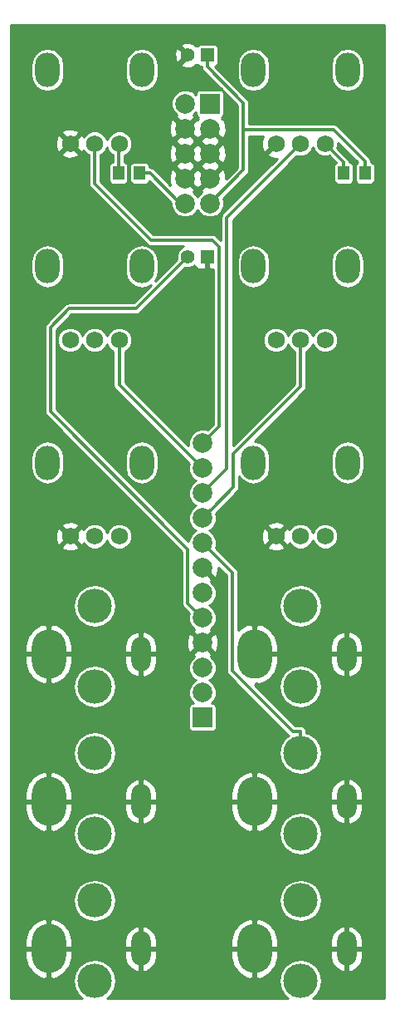
<source format=gtl>
%FSLAX46Y46*%
G04 Gerber Fmt 4.6, Leading zero omitted, Abs format (unit mm)*
G04 Created by KiCad (PCBNEW (2014-09-02 BZR 5112)-product) date 2015-04-07 11:50:48 AM*
%MOMM*%
G01*
G04 APERTURE LIST*
%ADD10C,0.150000*%
%ADD11R,1.143000X1.397000*%
%ADD12O,3.500000X5.000000*%
%ADD13O,2.000000X3.500000*%
%ADD14O,3.500000X3.500000*%
%ADD15R,1.998980X1.998980*%
%ADD16C,1.998980*%
%ADD17O,2.500000X3.500000*%
%ADD18C,1.750000*%
%ADD19R,1.400000X1.400000*%
%ADD20C,1.400000*%
%ADD21C,0.355600*%
%ADD22C,0.304800*%
%ADD23C,0.254000*%
G04 APERTURE END LIST*
D10*
D11*
X240579500Y-122500000D03*
X238420500Y-122500000D03*
X217579500Y-122500000D03*
X215420500Y-122500000D03*
D12*
X229300000Y-186500000D03*
D13*
X238700000Y-186500000D03*
D14*
X234000000Y-181600000D03*
X234000000Y-189800000D03*
D12*
X208300000Y-186500000D03*
D13*
X217700000Y-186500000D03*
D14*
X213000000Y-181600000D03*
X213000000Y-189800000D03*
D12*
X229300000Y-201500000D03*
D13*
X238700000Y-201500000D03*
D14*
X234000000Y-196600000D03*
X234000000Y-204800000D03*
D12*
X208300000Y-201500000D03*
D13*
X217700000Y-201500000D03*
D14*
X213000000Y-196600000D03*
X213000000Y-204800000D03*
D12*
X208300000Y-171500000D03*
D13*
X217700000Y-171500000D03*
D14*
X213000000Y-166600000D03*
X213000000Y-174800000D03*
D12*
X229300000Y-171500000D03*
D13*
X238700000Y-171500000D03*
D14*
X234000000Y-166600000D03*
X234000000Y-174800000D03*
D15*
X224000000Y-177970000D03*
D16*
X224000000Y-175430000D03*
X224000000Y-172890000D03*
X224000000Y-170350000D03*
X224000000Y-167810000D03*
X224000000Y-165270000D03*
X224000000Y-162730000D03*
X224000000Y-160190000D03*
X224000000Y-157650000D03*
X224000000Y-155110000D03*
X224000000Y-152570000D03*
X224000000Y-150030000D03*
X224770000Y-123040000D03*
X224770000Y-120500000D03*
X224770000Y-125580000D03*
X224770000Y-117960000D03*
D15*
X224770000Y-115420000D03*
D16*
X222230000Y-115420000D03*
X222230000Y-117960000D03*
X222230000Y-120500000D03*
X222230000Y-123040000D03*
X222230000Y-125580000D03*
D17*
X238800000Y-152000000D03*
X229200000Y-152000000D03*
D18*
X236500000Y-159500000D03*
X234000000Y-159500000D03*
X231500000Y-159500000D03*
D17*
X217800000Y-112000000D03*
X208200000Y-112000000D03*
D18*
X215500000Y-119500000D03*
X213000000Y-119500000D03*
X210500000Y-119500000D03*
D17*
X217800000Y-132000000D03*
X208200000Y-132000000D03*
D18*
X215500000Y-139500000D03*
X213000000Y-139500000D03*
X210500000Y-139500000D03*
D17*
X217800000Y-152000000D03*
X208200000Y-152000000D03*
D18*
X215500000Y-159500000D03*
X213000000Y-159500000D03*
X210500000Y-159500000D03*
D17*
X238800000Y-132000000D03*
X229200000Y-132000000D03*
D18*
X236500000Y-139500000D03*
X234000000Y-139500000D03*
X231500000Y-139500000D03*
D17*
X238800000Y-112000000D03*
X229200000Y-112000000D03*
D18*
X236500000Y-119500000D03*
X234000000Y-119500000D03*
X231500000Y-119500000D03*
D19*
X224500000Y-110500000D03*
D20*
X222500000Y-110500000D03*
D19*
X224500000Y-131000000D03*
D20*
X222500000Y-131000000D03*
D21*
X217579500Y-122500000D02*
X218633900Y-122500000D01*
X222230000Y-125580000D02*
X221713900Y-125580000D01*
X221713900Y-125580000D02*
X218633900Y-122500000D01*
X224500000Y-110500000D02*
X224500000Y-111682900D01*
X228164900Y-118121700D02*
X228164900Y-122185100D01*
X228164900Y-122185100D02*
X224770000Y-125580000D01*
X224500000Y-111682900D02*
X228164900Y-115347800D01*
X228164900Y-115347800D02*
X228164900Y-118121700D01*
X240579500Y-121318600D02*
X237382600Y-118121700D01*
X237382600Y-118121700D02*
X228164900Y-118121700D01*
X240579500Y-122500000D02*
X240579500Y-121318600D01*
X222500000Y-131000000D02*
X217200000Y-136300000D01*
X217200000Y-136300000D02*
X210400000Y-136300000D01*
X210400000Y-136300000D02*
X208500000Y-138200000D01*
X208500000Y-138200000D02*
X208500000Y-146800000D01*
X208500000Y-146800000D02*
X222517909Y-160817909D01*
X222517909Y-160817909D02*
X222517909Y-166327909D01*
X222517909Y-166327909D02*
X223000511Y-166810511D01*
X223000511Y-166810511D02*
X224000000Y-167810000D01*
X215500000Y-139500000D02*
X215500000Y-144070000D01*
X215500000Y-144070000D02*
X224000000Y-152570000D01*
X225683000Y-130047700D02*
X225683000Y-148347000D01*
X224976800Y-129341500D02*
X225683000Y-130047700D01*
X218791500Y-129341500D02*
X224976800Y-129341500D01*
X225683000Y-148347000D02*
X224000000Y-150030000D01*
X213000000Y-123550000D02*
X218791500Y-129341500D01*
X213000000Y-119500000D02*
X213000000Y-123550000D01*
X234000000Y-139500000D02*
X234000000Y-144249720D01*
X234000000Y-144249720D02*
X227146410Y-151103310D01*
X227146410Y-151103310D02*
X227146410Y-154503590D01*
X227146410Y-154503590D02*
X224999489Y-156650511D01*
X224999489Y-156650511D02*
X224000000Y-157650000D01*
X234000000Y-119500000D02*
X226486000Y-127014000D01*
X226486000Y-127014000D02*
X226486000Y-152624000D01*
X226486000Y-152624000D02*
X224000000Y-155110000D01*
X234000000Y-181600000D02*
X234000000Y-179367100D01*
X224000000Y-160190000D02*
X227043700Y-163233700D01*
X227043700Y-163233700D02*
X227043700Y-173220300D01*
X227043700Y-173220300D02*
X233190500Y-179367100D01*
X233190500Y-179367100D02*
X234000000Y-179367100D01*
D22*
X215500000Y-119500000D02*
X215420500Y-119579500D01*
X215420500Y-119579500D02*
X215420500Y-122500000D01*
X238420500Y-122500000D02*
X238420500Y-121420500D01*
X238420500Y-121420500D02*
X236500000Y-119500000D01*
D23*
G36*
X225073400Y-148094495D02*
X224485907Y-148681988D01*
X224285950Y-148598959D01*
X223716548Y-148598462D01*
X223190298Y-148815904D01*
X222787319Y-149218181D01*
X222568959Y-149744050D01*
X222568494Y-150276390D01*
X216109600Y-143817496D01*
X216109600Y-140662078D01*
X216239276Y-140608497D01*
X216607205Y-140241209D01*
X216806573Y-139761079D01*
X216807027Y-139241202D01*
X216608497Y-138760724D01*
X216241209Y-138392795D01*
X215761079Y-138193427D01*
X215241202Y-138192973D01*
X214760724Y-138391503D01*
X214392795Y-138758791D01*
X214249894Y-139102931D01*
X214108497Y-138760724D01*
X213741209Y-138392795D01*
X213261079Y-138193427D01*
X212741202Y-138192973D01*
X212260724Y-138391503D01*
X211892795Y-138758791D01*
X211749894Y-139102931D01*
X211608497Y-138760724D01*
X211241209Y-138392795D01*
X210761079Y-138193427D01*
X210241202Y-138192973D01*
X209760724Y-138391503D01*
X209392795Y-138758791D01*
X209193427Y-139238921D01*
X209192973Y-139758798D01*
X209391503Y-140239276D01*
X209758791Y-140607205D01*
X210238921Y-140806573D01*
X210758798Y-140807027D01*
X211239276Y-140608497D01*
X211607205Y-140241209D01*
X211750105Y-139897068D01*
X211891503Y-140239276D01*
X212258791Y-140607205D01*
X212738921Y-140806573D01*
X213258798Y-140807027D01*
X213739276Y-140608497D01*
X214107205Y-140241209D01*
X214250105Y-139897068D01*
X214391503Y-140239276D01*
X214758791Y-140607205D01*
X214890400Y-140661853D01*
X214890400Y-144070000D01*
X214936803Y-144303284D01*
X215068948Y-144501052D01*
X222651988Y-152084092D01*
X222568959Y-152284050D01*
X222568462Y-152853452D01*
X222785904Y-153379702D01*
X223188181Y-153782681D01*
X223325909Y-153839870D01*
X223190298Y-153895904D01*
X222787319Y-154298181D01*
X222568959Y-154824050D01*
X222568462Y-155393452D01*
X222785904Y-155919702D01*
X223188181Y-156322681D01*
X223325909Y-156379870D01*
X223190298Y-156435904D01*
X222787319Y-156838181D01*
X222568959Y-157364050D01*
X222568462Y-157933452D01*
X222785904Y-158459702D01*
X223188181Y-158862681D01*
X223325909Y-158919870D01*
X223190298Y-158975904D01*
X222787319Y-159378181D01*
X222568959Y-159904050D01*
X222568869Y-160006765D01*
X219481800Y-156919696D01*
X219481800Y-152542744D01*
X219481800Y-151457256D01*
X219353781Y-150813659D01*
X218989212Y-150268044D01*
X218443597Y-149903475D01*
X217800000Y-149775456D01*
X217156403Y-149903475D01*
X216610788Y-150268044D01*
X216246219Y-150813659D01*
X216118200Y-151457256D01*
X216118200Y-152542744D01*
X216246219Y-153186341D01*
X216610788Y-153731956D01*
X217156403Y-154096525D01*
X217800000Y-154224544D01*
X218443597Y-154096525D01*
X218989212Y-153731956D01*
X219353781Y-153186341D01*
X219481800Y-152542744D01*
X219481800Y-156919696D01*
X209109600Y-146547496D01*
X209109600Y-138452504D01*
X210652504Y-136909600D01*
X217200000Y-136909600D01*
X217433284Y-136863197D01*
X217631052Y-136731052D01*
X222243229Y-132118874D01*
X222273883Y-132131603D01*
X222724141Y-132131996D01*
X223140275Y-131960053D01*
X223196959Y-131903467D01*
X223261673Y-132059699D01*
X223440302Y-132238327D01*
X223673691Y-132335000D01*
X224214250Y-132335000D01*
X224373000Y-132176250D01*
X224373000Y-131127000D01*
X224353000Y-131127000D01*
X224353000Y-130873000D01*
X224373000Y-130873000D01*
X224373000Y-130853000D01*
X224627000Y-130853000D01*
X224627000Y-130873000D01*
X224647000Y-130873000D01*
X224647000Y-131127000D01*
X224627000Y-131127000D01*
X224627000Y-132176250D01*
X224785750Y-132335000D01*
X225073400Y-132335000D01*
X225073400Y-148094495D01*
X225073400Y-148094495D01*
G37*
X225073400Y-148094495D02*
X224485907Y-148681988D01*
X224285950Y-148598959D01*
X223716548Y-148598462D01*
X223190298Y-148815904D01*
X222787319Y-149218181D01*
X222568959Y-149744050D01*
X222568494Y-150276390D01*
X216109600Y-143817496D01*
X216109600Y-140662078D01*
X216239276Y-140608497D01*
X216607205Y-140241209D01*
X216806573Y-139761079D01*
X216807027Y-139241202D01*
X216608497Y-138760724D01*
X216241209Y-138392795D01*
X215761079Y-138193427D01*
X215241202Y-138192973D01*
X214760724Y-138391503D01*
X214392795Y-138758791D01*
X214249894Y-139102931D01*
X214108497Y-138760724D01*
X213741209Y-138392795D01*
X213261079Y-138193427D01*
X212741202Y-138192973D01*
X212260724Y-138391503D01*
X211892795Y-138758791D01*
X211749894Y-139102931D01*
X211608497Y-138760724D01*
X211241209Y-138392795D01*
X210761079Y-138193427D01*
X210241202Y-138192973D01*
X209760724Y-138391503D01*
X209392795Y-138758791D01*
X209193427Y-139238921D01*
X209192973Y-139758798D01*
X209391503Y-140239276D01*
X209758791Y-140607205D01*
X210238921Y-140806573D01*
X210758798Y-140807027D01*
X211239276Y-140608497D01*
X211607205Y-140241209D01*
X211750105Y-139897068D01*
X211891503Y-140239276D01*
X212258791Y-140607205D01*
X212738921Y-140806573D01*
X213258798Y-140807027D01*
X213739276Y-140608497D01*
X214107205Y-140241209D01*
X214250105Y-139897068D01*
X214391503Y-140239276D01*
X214758791Y-140607205D01*
X214890400Y-140661853D01*
X214890400Y-144070000D01*
X214936803Y-144303284D01*
X215068948Y-144501052D01*
X222651988Y-152084092D01*
X222568959Y-152284050D01*
X222568462Y-152853452D01*
X222785904Y-153379702D01*
X223188181Y-153782681D01*
X223325909Y-153839870D01*
X223190298Y-153895904D01*
X222787319Y-154298181D01*
X222568959Y-154824050D01*
X222568462Y-155393452D01*
X222785904Y-155919702D01*
X223188181Y-156322681D01*
X223325909Y-156379870D01*
X223190298Y-156435904D01*
X222787319Y-156838181D01*
X222568959Y-157364050D01*
X222568462Y-157933452D01*
X222785904Y-158459702D01*
X223188181Y-158862681D01*
X223325909Y-158919870D01*
X223190298Y-158975904D01*
X222787319Y-159378181D01*
X222568959Y-159904050D01*
X222568869Y-160006765D01*
X219481800Y-156919696D01*
X219481800Y-152542744D01*
X219481800Y-151457256D01*
X219353781Y-150813659D01*
X218989212Y-150268044D01*
X218443597Y-149903475D01*
X217800000Y-149775456D01*
X217156403Y-149903475D01*
X216610788Y-150268044D01*
X216246219Y-150813659D01*
X216118200Y-151457256D01*
X216118200Y-152542744D01*
X216246219Y-153186341D01*
X216610788Y-153731956D01*
X217156403Y-154096525D01*
X217800000Y-154224544D01*
X218443597Y-154096525D01*
X218989212Y-153731956D01*
X219353781Y-153186341D01*
X219481800Y-152542744D01*
X219481800Y-156919696D01*
X209109600Y-146547496D01*
X209109600Y-138452504D01*
X210652504Y-136909600D01*
X217200000Y-136909600D01*
X217433284Y-136863197D01*
X217631052Y-136731052D01*
X222243229Y-132118874D01*
X222273883Y-132131603D01*
X222724141Y-132131996D01*
X223140275Y-131960053D01*
X223196959Y-131903467D01*
X223261673Y-132059699D01*
X223440302Y-132238327D01*
X223673691Y-132335000D01*
X224214250Y-132335000D01*
X224373000Y-132176250D01*
X224373000Y-131127000D01*
X224353000Y-131127000D01*
X224353000Y-130873000D01*
X224373000Y-130873000D01*
X224373000Y-130853000D01*
X224627000Y-130853000D01*
X224627000Y-130873000D01*
X224647000Y-130873000D01*
X224647000Y-131127000D01*
X224627000Y-131127000D01*
X224627000Y-132176250D01*
X224785750Y-132335000D01*
X225073400Y-132335000D01*
X225073400Y-148094495D01*
G36*
X242569000Y-206569000D02*
X241582800Y-206569000D01*
X241582800Y-123284391D01*
X241582800Y-123112610D01*
X241582800Y-121715610D01*
X241517063Y-121556905D01*
X241395595Y-121435438D01*
X241236891Y-121369700D01*
X241189100Y-121369700D01*
X241189100Y-121318600D01*
X241142697Y-121085316D01*
X241010552Y-120887548D01*
X241010552Y-120887547D01*
X240481800Y-120358795D01*
X240481800Y-112542744D01*
X240481800Y-111457256D01*
X240353781Y-110813659D01*
X239989212Y-110268044D01*
X239443597Y-109903475D01*
X238800000Y-109775456D01*
X238156403Y-109903475D01*
X237610788Y-110268044D01*
X237246219Y-110813659D01*
X237118200Y-111457256D01*
X237118200Y-112542744D01*
X237246219Y-113186341D01*
X237610788Y-113731956D01*
X238156403Y-114096525D01*
X238800000Y-114224544D01*
X239443597Y-114096525D01*
X239989212Y-113731956D01*
X240353781Y-113186341D01*
X240481800Y-112542744D01*
X240481800Y-120358795D01*
X237813652Y-117690648D01*
X237615884Y-117558503D01*
X237382600Y-117512100D01*
X230881800Y-117512100D01*
X230881800Y-112542744D01*
X230881800Y-111457256D01*
X230753781Y-110813659D01*
X230389212Y-110268044D01*
X229843597Y-109903475D01*
X229200000Y-109775456D01*
X228556403Y-109903475D01*
X228010788Y-110268044D01*
X227646219Y-110813659D01*
X227518200Y-111457256D01*
X227518200Y-112542744D01*
X227646219Y-113186341D01*
X228010788Y-113731956D01*
X228556403Y-114096525D01*
X229200000Y-114224544D01*
X229843597Y-114096525D01*
X230389212Y-113731956D01*
X230753781Y-113186341D01*
X230881800Y-112542744D01*
X230881800Y-117512100D01*
X228774500Y-117512100D01*
X228774500Y-115347800D01*
X228728097Y-115114516D01*
X228595952Y-114916748D01*
X225303648Y-111624444D01*
X225444595Y-111566063D01*
X225566062Y-111444595D01*
X225631800Y-111285891D01*
X225631800Y-111114110D01*
X225631800Y-109714110D01*
X225566063Y-109555405D01*
X225444595Y-109433938D01*
X225285891Y-109368200D01*
X225114110Y-109368200D01*
X223714110Y-109368200D01*
X223555405Y-109433937D01*
X223455393Y-109533949D01*
X223370918Y-109449474D01*
X223255668Y-109564723D01*
X223193831Y-109328958D01*
X222692878Y-109152581D01*
X222162560Y-109181336D01*
X221806169Y-109328958D01*
X221744331Y-109564725D01*
X222500000Y-110320395D01*
X222514142Y-110306252D01*
X222693747Y-110485857D01*
X222679605Y-110500000D01*
X222693747Y-110514142D01*
X222514142Y-110693747D01*
X222500000Y-110679605D01*
X222320395Y-110859210D01*
X222320395Y-110500000D01*
X221564725Y-109744331D01*
X221328958Y-109806169D01*
X221152581Y-110307122D01*
X221181336Y-110837440D01*
X221328958Y-111193831D01*
X221564725Y-111255669D01*
X222320395Y-110500000D01*
X222320395Y-110859210D01*
X221744331Y-111435275D01*
X221806169Y-111671042D01*
X222307122Y-111847419D01*
X222837440Y-111818664D01*
X223193831Y-111671042D01*
X223255668Y-111435276D01*
X223255669Y-111435277D01*
X223370918Y-111550526D01*
X223455393Y-111466050D01*
X223555405Y-111566062D01*
X223714109Y-111631800D01*
X223885890Y-111631800D01*
X223890400Y-111631800D01*
X223890400Y-111682900D01*
X223936803Y-111916184D01*
X224068948Y-112113952D01*
X226006162Y-114051166D01*
X225855381Y-113988710D01*
X225683600Y-113988710D01*
X223684620Y-113988710D01*
X223525915Y-114054447D01*
X223404448Y-114175915D01*
X223338710Y-114334619D01*
X223338710Y-114504728D01*
X223255669Y-114421542D01*
X223041819Y-114207319D01*
X222515950Y-113988959D01*
X221946548Y-113988462D01*
X221420298Y-114205904D01*
X221017319Y-114608181D01*
X220798959Y-115134050D01*
X220798462Y-115703452D01*
X221015904Y-116229702D01*
X221348112Y-116562490D01*
X221257443Y-116807837D01*
X222230000Y-117780395D01*
X223202557Y-116807837D01*
X223111764Y-116562158D01*
X223338710Y-116335608D01*
X223338710Y-116505380D01*
X223404447Y-116664085D01*
X223525915Y-116785552D01*
X223572052Y-116804663D01*
X223503554Y-116873162D01*
X223617835Y-116987443D01*
X223500000Y-117030990D01*
X223382163Y-116987443D01*
X222409605Y-117960000D01*
X223382163Y-118932557D01*
X223500000Y-118889009D01*
X223617837Y-118932557D01*
X224590395Y-117960000D01*
X224576252Y-117945857D01*
X224755857Y-117766252D01*
X224770000Y-117780395D01*
X224784142Y-117766252D01*
X224963747Y-117945857D01*
X224949605Y-117960000D01*
X225922163Y-118932557D01*
X226188965Y-118833958D01*
X226415401Y-118224418D01*
X226391341Y-117574623D01*
X226188965Y-117086042D01*
X225922164Y-116987443D01*
X226036446Y-116873162D01*
X225967947Y-116804663D01*
X226014085Y-116785553D01*
X226135552Y-116664085D01*
X226201290Y-116505381D01*
X226201290Y-116333600D01*
X226201290Y-114334620D01*
X226138835Y-114183839D01*
X227555300Y-115600304D01*
X227555300Y-118121700D01*
X227555300Y-121932595D01*
X226415401Y-123072494D01*
X226415401Y-120764418D01*
X226391341Y-120114623D01*
X226188965Y-119626042D01*
X225922163Y-119527443D01*
X225742557Y-119707048D01*
X225742557Y-119347837D01*
X225699009Y-119230000D01*
X225742557Y-119112163D01*
X224770000Y-118139605D01*
X224590395Y-118319210D01*
X223797443Y-119112163D01*
X223840990Y-119230000D01*
X223797443Y-119347837D01*
X224770000Y-120320395D01*
X225742557Y-119347837D01*
X225742557Y-119707048D01*
X224949605Y-120500000D01*
X225922163Y-121472557D01*
X226188965Y-121373958D01*
X226415401Y-120764418D01*
X226415401Y-123072494D01*
X226407120Y-123080775D01*
X226391341Y-122654623D01*
X226188965Y-122166042D01*
X225922163Y-122067443D01*
X225742557Y-122247048D01*
X225742557Y-121887837D01*
X225699009Y-121770000D01*
X225742557Y-121652163D01*
X224770000Y-120679605D01*
X224590395Y-120859210D01*
X224590395Y-120500000D01*
X223617837Y-119527443D01*
X223500000Y-119570990D01*
X223382163Y-119527443D01*
X223202557Y-119707048D01*
X223202557Y-119347837D01*
X223159009Y-119230000D01*
X223202557Y-119112163D01*
X222230000Y-118139605D01*
X222050395Y-118319210D01*
X222050395Y-117960000D01*
X221077837Y-116987443D01*
X220811035Y-117086042D01*
X220584599Y-117695582D01*
X220608659Y-118345377D01*
X220811035Y-118833958D01*
X221077837Y-118932557D01*
X222050395Y-117960000D01*
X222050395Y-118319210D01*
X221257443Y-119112163D01*
X221300990Y-119230000D01*
X221257443Y-119347837D01*
X222230000Y-120320395D01*
X223202557Y-119347837D01*
X223202557Y-119707048D01*
X222409605Y-120500000D01*
X223382163Y-121472557D01*
X223500000Y-121429009D01*
X223617837Y-121472557D01*
X224590395Y-120500000D01*
X224590395Y-120859210D01*
X223797443Y-121652163D01*
X223840990Y-121770000D01*
X223797443Y-121887837D01*
X224770000Y-122860395D01*
X225742557Y-121887837D01*
X225742557Y-122247048D01*
X224949605Y-123040000D01*
X224963747Y-123054142D01*
X224784142Y-123233747D01*
X224770000Y-123219605D01*
X224590395Y-123399210D01*
X224590395Y-123040000D01*
X223617837Y-122067443D01*
X223500000Y-122110990D01*
X223382163Y-122067443D01*
X223202557Y-122247048D01*
X223202557Y-121887837D01*
X223159009Y-121770000D01*
X223202557Y-121652163D01*
X222230000Y-120679605D01*
X222050395Y-120859210D01*
X222050395Y-120500000D01*
X221077837Y-119527443D01*
X220811035Y-119626042D01*
X220584599Y-120235582D01*
X220608659Y-120885377D01*
X220811035Y-121373958D01*
X221077837Y-121472557D01*
X222050395Y-120500000D01*
X222050395Y-120859210D01*
X221257443Y-121652163D01*
X221300990Y-121770000D01*
X221257443Y-121887837D01*
X222230000Y-122860395D01*
X223202557Y-121887837D01*
X223202557Y-122247048D01*
X222409605Y-123040000D01*
X223382163Y-124012557D01*
X223500000Y-123969009D01*
X223617837Y-124012557D01*
X224590395Y-123040000D01*
X224590395Y-123399210D01*
X223797443Y-124192163D01*
X223888235Y-124437841D01*
X223557319Y-124768181D01*
X223500129Y-124905909D01*
X223444096Y-124770298D01*
X223111887Y-124437509D01*
X223202557Y-124192163D01*
X222230000Y-123219605D01*
X222215857Y-123233747D01*
X222036252Y-123054142D01*
X222050395Y-123040000D01*
X221077837Y-122067443D01*
X220811035Y-122166042D01*
X220584599Y-122775582D01*
X220608659Y-123425377D01*
X220741083Y-123745079D01*
X219481800Y-122485796D01*
X219481800Y-112542744D01*
X219481800Y-111457256D01*
X219353781Y-110813659D01*
X218989212Y-110268044D01*
X218443597Y-109903475D01*
X217800000Y-109775456D01*
X217156403Y-109903475D01*
X216610788Y-110268044D01*
X216246219Y-110813659D01*
X216118200Y-111457256D01*
X216118200Y-112542744D01*
X216246219Y-113186341D01*
X216610788Y-113731956D01*
X217156403Y-114096525D01*
X217800000Y-114224544D01*
X218443597Y-114096525D01*
X218989212Y-113731956D01*
X219353781Y-113186341D01*
X219481800Y-112542744D01*
X219481800Y-122485796D01*
X219064952Y-122068948D01*
X218867184Y-121936803D01*
X218633900Y-121890400D01*
X218582800Y-121890400D01*
X218582800Y-121715610D01*
X218517063Y-121556905D01*
X218395595Y-121435438D01*
X218236891Y-121369700D01*
X218065110Y-121369700D01*
X216922110Y-121369700D01*
X216763405Y-121435437D01*
X216641938Y-121556905D01*
X216576200Y-121715609D01*
X216576200Y-121887390D01*
X216576200Y-123284390D01*
X216641937Y-123443095D01*
X216763405Y-123564562D01*
X216922109Y-123630300D01*
X217093890Y-123630300D01*
X218236890Y-123630300D01*
X218395595Y-123564563D01*
X218517062Y-123443095D01*
X218575005Y-123303209D01*
X220798755Y-125526959D01*
X220798462Y-125863452D01*
X221015904Y-126389702D01*
X221418181Y-126792681D01*
X221944050Y-127011041D01*
X222513452Y-127011538D01*
X223039702Y-126794096D01*
X223442681Y-126391819D01*
X223499870Y-126254090D01*
X223555904Y-126389702D01*
X223958181Y-126792681D01*
X224484050Y-127011041D01*
X225053452Y-127011538D01*
X225579702Y-126794096D01*
X225982681Y-126391819D01*
X226201041Y-125865950D01*
X226201538Y-125296548D01*
X226117922Y-125094182D01*
X228595952Y-122616152D01*
X228595953Y-122616152D01*
X228675167Y-122497598D01*
X228728097Y-122418384D01*
X228728097Y-122418383D01*
X228774500Y-122185100D01*
X228774500Y-118731300D01*
X230172965Y-118731300D01*
X229978410Y-119265306D01*
X230004421Y-119865458D01*
X230184047Y-120299116D01*
X230437940Y-120382455D01*
X231320395Y-119500000D01*
X231306252Y-119485857D01*
X231485857Y-119306252D01*
X231500000Y-119320395D01*
X231514142Y-119306252D01*
X231693747Y-119485857D01*
X231679605Y-119500000D01*
X231693747Y-119514142D01*
X231514142Y-119693747D01*
X231500000Y-119679605D01*
X230617545Y-120562060D01*
X230700884Y-120815953D01*
X231265306Y-121021590D01*
X231632206Y-121005688D01*
X226054948Y-126582948D01*
X225922803Y-126780716D01*
X225876400Y-127014000D01*
X225876400Y-129378995D01*
X225407852Y-128910448D01*
X225210084Y-128778303D01*
X224976800Y-128731900D01*
X219044004Y-128731900D01*
X213609600Y-123297496D01*
X213609600Y-120662078D01*
X213739276Y-120608497D01*
X214107205Y-120241209D01*
X214250105Y-119897068D01*
X214391503Y-120239276D01*
X214758791Y-120607205D01*
X214836300Y-120639389D01*
X214836300Y-121369700D01*
X214763110Y-121369700D01*
X214604405Y-121435437D01*
X214482938Y-121556905D01*
X214417200Y-121715609D01*
X214417200Y-121887390D01*
X214417200Y-123284390D01*
X214482937Y-123443095D01*
X214604405Y-123564562D01*
X214763109Y-123630300D01*
X214934890Y-123630300D01*
X216077890Y-123630300D01*
X216236595Y-123564563D01*
X216358062Y-123443095D01*
X216423800Y-123284391D01*
X216423800Y-123112610D01*
X216423800Y-121715610D01*
X216358063Y-121556905D01*
X216236595Y-121435438D01*
X216077891Y-121369700D01*
X216004700Y-121369700D01*
X216004700Y-120705422D01*
X216239276Y-120608497D01*
X216607205Y-120241209D01*
X216806573Y-119761079D01*
X216807027Y-119241202D01*
X216608497Y-118760724D01*
X216241209Y-118392795D01*
X215761079Y-118193427D01*
X215241202Y-118192973D01*
X214760724Y-118391503D01*
X214392795Y-118758791D01*
X214249894Y-119102931D01*
X214108497Y-118760724D01*
X213741209Y-118392795D01*
X213261079Y-118193427D01*
X212741202Y-118192973D01*
X212260724Y-118391503D01*
X211892795Y-118758791D01*
X211866334Y-118822515D01*
X211815953Y-118700884D01*
X211562060Y-118617545D01*
X211382455Y-118797150D01*
X211382455Y-118437940D01*
X211299116Y-118184047D01*
X210734694Y-117978410D01*
X210134542Y-118004421D01*
X209881800Y-118109109D01*
X209881800Y-112542744D01*
X209881800Y-111457256D01*
X209753781Y-110813659D01*
X209389212Y-110268044D01*
X208843597Y-109903475D01*
X208200000Y-109775456D01*
X207556403Y-109903475D01*
X207010788Y-110268044D01*
X206646219Y-110813659D01*
X206518200Y-111457256D01*
X206518200Y-112542744D01*
X206646219Y-113186341D01*
X207010788Y-113731956D01*
X207556403Y-114096525D01*
X208200000Y-114224544D01*
X208843597Y-114096525D01*
X209389212Y-113731956D01*
X209753781Y-113186341D01*
X209881800Y-112542744D01*
X209881800Y-118109109D01*
X209700884Y-118184047D01*
X209617545Y-118437940D01*
X210500000Y-119320395D01*
X211382455Y-118437940D01*
X211382455Y-118797150D01*
X210679605Y-119500000D01*
X211562060Y-120382455D01*
X211815953Y-120299116D01*
X211862940Y-120170148D01*
X211891503Y-120239276D01*
X212258791Y-120607205D01*
X212390400Y-120661853D01*
X212390400Y-123550000D01*
X212436803Y-123783284D01*
X212568948Y-123981052D01*
X218360448Y-129772552D01*
X218558216Y-129904697D01*
X218791500Y-129951100D01*
X222074751Y-129951100D01*
X221859725Y-130039947D01*
X221541066Y-130358050D01*
X221368397Y-130773883D01*
X221368004Y-131224141D01*
X221381380Y-131256515D01*
X219156895Y-133481000D01*
X219353781Y-133186341D01*
X219481800Y-132542744D01*
X219481800Y-131457256D01*
X219353781Y-130813659D01*
X218989212Y-130268044D01*
X218443597Y-129903475D01*
X217800000Y-129775456D01*
X217156403Y-129903475D01*
X216610788Y-130268044D01*
X216246219Y-130813659D01*
X216118200Y-131457256D01*
X216118200Y-132542744D01*
X216246219Y-133186341D01*
X216610788Y-133731956D01*
X217156403Y-134096525D01*
X217800000Y-134224544D01*
X218443597Y-134096525D01*
X218738256Y-133899639D01*
X216947496Y-135690400D01*
X211382455Y-135690400D01*
X211382455Y-120562060D01*
X210500000Y-119679605D01*
X210320395Y-119859210D01*
X210320395Y-119500000D01*
X209437940Y-118617545D01*
X209184047Y-118700884D01*
X208978410Y-119265306D01*
X209004421Y-119865458D01*
X209184047Y-120299116D01*
X209437940Y-120382455D01*
X210320395Y-119500000D01*
X210320395Y-119859210D01*
X209617545Y-120562060D01*
X209700884Y-120815953D01*
X210265306Y-121021590D01*
X210865458Y-120995579D01*
X211299116Y-120815953D01*
X211382455Y-120562060D01*
X211382455Y-135690400D01*
X210400000Y-135690400D01*
X210166716Y-135736803D01*
X209968948Y-135868948D01*
X209881800Y-135956096D01*
X209881800Y-132542744D01*
X209881800Y-131457256D01*
X209753781Y-130813659D01*
X209389212Y-130268044D01*
X208843597Y-129903475D01*
X208200000Y-129775456D01*
X207556403Y-129903475D01*
X207010788Y-130268044D01*
X206646219Y-130813659D01*
X206518200Y-131457256D01*
X206518200Y-132542744D01*
X206646219Y-133186341D01*
X207010788Y-133731956D01*
X207556403Y-134096525D01*
X208200000Y-134224544D01*
X208843597Y-134096525D01*
X209389212Y-133731956D01*
X209753781Y-133186341D01*
X209881800Y-132542744D01*
X209881800Y-135956096D01*
X208068948Y-137768948D01*
X207936803Y-137966716D01*
X207890400Y-138200000D01*
X207890400Y-146800000D01*
X207936803Y-147033284D01*
X208068948Y-147231052D01*
X221908309Y-161070413D01*
X221908309Y-166327909D01*
X221954712Y-166561193D01*
X222086857Y-166758961D01*
X222569458Y-167241563D01*
X222569459Y-167241563D01*
X222569461Y-167241565D01*
X222651988Y-167324092D01*
X222568959Y-167524050D01*
X222568462Y-168093452D01*
X222785904Y-168619702D01*
X223118112Y-168952490D01*
X223027443Y-169197837D01*
X224000000Y-170170395D01*
X224972557Y-169197837D01*
X224881764Y-168952158D01*
X225212681Y-168621819D01*
X225431041Y-168095950D01*
X225431538Y-167526548D01*
X225214096Y-167000298D01*
X224811819Y-166597319D01*
X224674090Y-166540129D01*
X224809702Y-166484096D01*
X225212681Y-166081819D01*
X225431041Y-165555950D01*
X225431538Y-164986548D01*
X225214096Y-164460298D01*
X224881887Y-164127509D01*
X224972557Y-163882163D01*
X224000000Y-162909605D01*
X223985857Y-162923747D01*
X223806252Y-162744142D01*
X223820395Y-162730000D01*
X223806252Y-162715857D01*
X223985857Y-162536252D01*
X224000000Y-162550395D01*
X224014142Y-162536252D01*
X224193747Y-162715857D01*
X224179605Y-162730000D01*
X225152163Y-163702557D01*
X225418965Y-163603958D01*
X225645401Y-162994418D01*
X225633984Y-162686088D01*
X226434100Y-163486204D01*
X226434100Y-173220300D01*
X226480503Y-173453584D01*
X226612648Y-173651352D01*
X232759448Y-179798152D01*
X232780841Y-179812446D01*
X232414490Y-180057234D01*
X231941536Y-180765061D01*
X231775456Y-181600000D01*
X231941536Y-182434939D01*
X232414490Y-183142766D01*
X233122317Y-183615720D01*
X233957256Y-183781800D01*
X234042744Y-183781800D01*
X234877683Y-183615720D01*
X235585510Y-183142766D01*
X236058464Y-182434939D01*
X236224544Y-181600000D01*
X236224544Y-174800000D01*
X236224544Y-166600000D01*
X236058464Y-165765061D01*
X235585510Y-165057234D01*
X234877683Y-164584280D01*
X234042744Y-164418200D01*
X233957256Y-164418200D01*
X233122317Y-164584280D01*
X232414490Y-165057234D01*
X232382455Y-165105177D01*
X232382455Y-160562060D01*
X231500000Y-159679605D01*
X231320395Y-159859210D01*
X231320395Y-159500000D01*
X230437940Y-158617545D01*
X230184047Y-158700884D01*
X229978410Y-159265306D01*
X230004421Y-159865458D01*
X230184047Y-160299116D01*
X230437940Y-160382455D01*
X231320395Y-159500000D01*
X231320395Y-159859210D01*
X230617545Y-160562060D01*
X230700884Y-160815953D01*
X231265306Y-161021590D01*
X231865458Y-160995579D01*
X232299116Y-160815953D01*
X232382455Y-160562060D01*
X232382455Y-165105177D01*
X231941536Y-165765061D01*
X231775456Y-166600000D01*
X231941536Y-167434939D01*
X232414490Y-168142766D01*
X233122317Y-168615720D01*
X233957256Y-168781800D01*
X234042744Y-168781800D01*
X234877683Y-168615720D01*
X235585510Y-168142766D01*
X236058464Y-167434939D01*
X236224544Y-166600000D01*
X236224544Y-174800000D01*
X236058464Y-173965061D01*
X235585510Y-173257234D01*
X234877683Y-172784280D01*
X234042744Y-172618200D01*
X233957256Y-172618200D01*
X233122317Y-172784280D01*
X232414490Y-173257234D01*
X231941536Y-173965061D01*
X231775456Y-174800000D01*
X231941536Y-175634939D01*
X232414490Y-176342766D01*
X233122317Y-176815720D01*
X233957256Y-176981800D01*
X234042744Y-176981800D01*
X234877683Y-176815720D01*
X235585510Y-176342766D01*
X236058464Y-175634939D01*
X236224544Y-174800000D01*
X236224544Y-181600000D01*
X236058464Y-180765061D01*
X235585510Y-180057234D01*
X234877683Y-179584280D01*
X234609600Y-179530954D01*
X234609600Y-179367100D01*
X234563197Y-179133816D01*
X234431052Y-178936048D01*
X234233284Y-178803903D01*
X234000000Y-178757500D01*
X233443004Y-178757500D01*
X231685000Y-176999496D01*
X229320504Y-174635000D01*
X229427002Y-174635000D01*
X229427002Y-174472625D01*
X229798003Y-174582427D01*
X230095367Y-174502054D01*
X230896647Y-174026253D01*
X231454852Y-173280033D01*
X231685000Y-172377000D01*
X231685000Y-171627000D01*
X231685000Y-171373000D01*
X231685000Y-170623000D01*
X231454852Y-169719967D01*
X230896647Y-168973747D01*
X230095367Y-168497946D01*
X229798003Y-168417573D01*
X229427000Y-168527375D01*
X229427000Y-171373000D01*
X231685000Y-171373000D01*
X231685000Y-171627000D01*
X229427000Y-171627000D01*
X229427000Y-171647000D01*
X229173000Y-171647000D01*
X229173000Y-171627000D01*
X229153000Y-171627000D01*
X229153000Y-171373000D01*
X229173000Y-171373000D01*
X229173000Y-168527375D01*
X228801997Y-168417573D01*
X228504633Y-168497946D01*
X227703353Y-168973747D01*
X227653300Y-169040658D01*
X227653300Y-163233700D01*
X227606897Y-163000416D01*
X227474752Y-162802648D01*
X225348011Y-160675907D01*
X225431041Y-160475950D01*
X225431538Y-159906548D01*
X225214096Y-159380298D01*
X224811819Y-158977319D01*
X224674090Y-158920129D01*
X224809702Y-158864096D01*
X225212681Y-158461819D01*
X225431041Y-157935950D01*
X225431538Y-157366548D01*
X225347922Y-157164181D01*
X225430541Y-157081563D01*
X227577462Y-154934642D01*
X227709607Y-154736874D01*
X227756010Y-154503590D01*
X227756010Y-153350654D01*
X228010788Y-153731956D01*
X228556403Y-154096525D01*
X229200000Y-154224544D01*
X229843597Y-154096525D01*
X230389212Y-153731956D01*
X230753781Y-153186341D01*
X230881800Y-152542744D01*
X230881800Y-151457256D01*
X230753781Y-150813659D01*
X230389212Y-150268044D01*
X229843597Y-149903475D01*
X229313743Y-149798080D01*
X234431052Y-144680772D01*
X234563197Y-144483004D01*
X234609600Y-144249720D01*
X234609600Y-140662078D01*
X234739276Y-140608497D01*
X235107205Y-140241209D01*
X235250105Y-139897068D01*
X235391503Y-140239276D01*
X235758791Y-140607205D01*
X236238921Y-140806573D01*
X236758798Y-140807027D01*
X237239276Y-140608497D01*
X237607205Y-140241209D01*
X237806573Y-139761079D01*
X237807027Y-139241202D01*
X237608497Y-138760724D01*
X237241209Y-138392795D01*
X236761079Y-138193427D01*
X236241202Y-138192973D01*
X235760724Y-138391503D01*
X235392795Y-138758791D01*
X235249894Y-139102931D01*
X235108497Y-138760724D01*
X234741209Y-138392795D01*
X234261079Y-138193427D01*
X233741202Y-138192973D01*
X233260724Y-138391503D01*
X232892795Y-138758791D01*
X232749894Y-139102931D01*
X232608497Y-138760724D01*
X232241209Y-138392795D01*
X231761079Y-138193427D01*
X231241202Y-138192973D01*
X230881800Y-138341475D01*
X230881800Y-132542744D01*
X230881800Y-131457256D01*
X230753781Y-130813659D01*
X230389212Y-130268044D01*
X229843597Y-129903475D01*
X229200000Y-129775456D01*
X228556403Y-129903475D01*
X228010788Y-130268044D01*
X227646219Y-130813659D01*
X227518200Y-131457256D01*
X227518200Y-132542744D01*
X227646219Y-133186341D01*
X228010788Y-133731956D01*
X228556403Y-134096525D01*
X229200000Y-134224544D01*
X229843597Y-134096525D01*
X230389212Y-133731956D01*
X230753781Y-133186341D01*
X230881800Y-132542744D01*
X230881800Y-138341475D01*
X230760724Y-138391503D01*
X230392795Y-138758791D01*
X230193427Y-139238921D01*
X230192973Y-139758798D01*
X230391503Y-140239276D01*
X230758791Y-140607205D01*
X231238921Y-140806573D01*
X231758798Y-140807027D01*
X232239276Y-140608497D01*
X232607205Y-140241209D01*
X232750105Y-139897068D01*
X232891503Y-140239276D01*
X233258791Y-140607205D01*
X233390400Y-140661853D01*
X233390400Y-143997216D01*
X227095600Y-150292016D01*
X227095600Y-127266504D01*
X233609339Y-120752765D01*
X233738921Y-120806573D01*
X234258798Y-120807027D01*
X234739276Y-120608497D01*
X235107205Y-120241209D01*
X235250105Y-119897068D01*
X235391503Y-120239276D01*
X235758791Y-120607205D01*
X236238921Y-120806573D01*
X236758798Y-120807027D01*
X236915920Y-120742104D01*
X237607833Y-121434017D01*
X237604405Y-121435437D01*
X237482938Y-121556905D01*
X237417200Y-121715609D01*
X237417200Y-121887390D01*
X237417200Y-123284390D01*
X237482937Y-123443095D01*
X237604405Y-123564562D01*
X237763109Y-123630300D01*
X237934890Y-123630300D01*
X239077890Y-123630300D01*
X239236595Y-123564563D01*
X239358062Y-123443095D01*
X239423800Y-123284391D01*
X239423800Y-123112610D01*
X239423800Y-121715610D01*
X239358063Y-121556905D01*
X239236595Y-121435438D01*
X239077891Y-121369700D01*
X238994595Y-121369700D01*
X238960230Y-121196937D01*
X238960230Y-121196936D01*
X238833592Y-121007408D01*
X237742226Y-119916042D01*
X237806573Y-119761079D01*
X237806881Y-119408085D01*
X239813487Y-121414692D01*
X239763405Y-121435437D01*
X239641938Y-121556905D01*
X239576200Y-121715609D01*
X239576200Y-121887390D01*
X239576200Y-123284390D01*
X239641937Y-123443095D01*
X239763405Y-123564562D01*
X239922109Y-123630300D01*
X240093890Y-123630300D01*
X241236890Y-123630300D01*
X241395595Y-123564563D01*
X241517062Y-123443095D01*
X241582800Y-123284391D01*
X241582800Y-206569000D01*
X240481800Y-206569000D01*
X240481800Y-152542744D01*
X240481800Y-151457256D01*
X240481800Y-132542744D01*
X240481800Y-131457256D01*
X240353781Y-130813659D01*
X239989212Y-130268044D01*
X239443597Y-129903475D01*
X238800000Y-129775456D01*
X238156403Y-129903475D01*
X237610788Y-130268044D01*
X237246219Y-130813659D01*
X237118200Y-131457256D01*
X237118200Y-132542744D01*
X237246219Y-133186341D01*
X237610788Y-133731956D01*
X238156403Y-134096525D01*
X238800000Y-134224544D01*
X239443597Y-134096525D01*
X239989212Y-133731956D01*
X240353781Y-133186341D01*
X240481800Y-132542744D01*
X240481800Y-151457256D01*
X240353781Y-150813659D01*
X239989212Y-150268044D01*
X239443597Y-149903475D01*
X238800000Y-149775456D01*
X238156403Y-149903475D01*
X237610788Y-150268044D01*
X237246219Y-150813659D01*
X237118200Y-151457256D01*
X237118200Y-152542744D01*
X237246219Y-153186341D01*
X237610788Y-153731956D01*
X238156403Y-154096525D01*
X238800000Y-154224544D01*
X239443597Y-154096525D01*
X239989212Y-153731956D01*
X240353781Y-153186341D01*
X240481800Y-152542744D01*
X240481800Y-206569000D01*
X240335000Y-206569000D01*
X240335000Y-202377000D01*
X240335000Y-201627000D01*
X240335000Y-201373000D01*
X240335000Y-200623000D01*
X240335000Y-187377000D01*
X240335000Y-186627000D01*
X240335000Y-186373000D01*
X240335000Y-185623000D01*
X240335000Y-172377000D01*
X240335000Y-171627000D01*
X240335000Y-171373000D01*
X240335000Y-170623000D01*
X240161942Y-170006980D01*
X239766317Y-169504078D01*
X239208355Y-169190856D01*
X239080434Y-169159876D01*
X238827000Y-169279223D01*
X238827000Y-171373000D01*
X240335000Y-171373000D01*
X240335000Y-171627000D01*
X238827000Y-171627000D01*
X238827000Y-173720777D01*
X239080434Y-173840124D01*
X239208355Y-173809144D01*
X239766317Y-173495922D01*
X240161942Y-172993020D01*
X240335000Y-172377000D01*
X240335000Y-185623000D01*
X240161942Y-185006980D01*
X239766317Y-184504078D01*
X239208355Y-184190856D01*
X239080434Y-184159876D01*
X238827000Y-184279223D01*
X238827000Y-186373000D01*
X240335000Y-186373000D01*
X240335000Y-186627000D01*
X238827000Y-186627000D01*
X238827000Y-188720777D01*
X239080434Y-188840124D01*
X239208355Y-188809144D01*
X239766317Y-188495922D01*
X240161942Y-187993020D01*
X240335000Y-187377000D01*
X240335000Y-200623000D01*
X240161942Y-200006980D01*
X239766317Y-199504078D01*
X239208355Y-199190856D01*
X239080434Y-199159876D01*
X238827000Y-199279223D01*
X238827000Y-201373000D01*
X240335000Y-201373000D01*
X240335000Y-201627000D01*
X238827000Y-201627000D01*
X238827000Y-203720777D01*
X239080434Y-203840124D01*
X239208355Y-203809144D01*
X239766317Y-203495922D01*
X240161942Y-202993020D01*
X240335000Y-202377000D01*
X240335000Y-206569000D01*
X238573000Y-206569000D01*
X238573000Y-203720777D01*
X238573000Y-201627000D01*
X238573000Y-201373000D01*
X238573000Y-199279223D01*
X238573000Y-188720777D01*
X238573000Y-186627000D01*
X238573000Y-186373000D01*
X238573000Y-184279223D01*
X238573000Y-173720777D01*
X238573000Y-171627000D01*
X238573000Y-171373000D01*
X238573000Y-169279223D01*
X238319566Y-169159876D01*
X238191645Y-169190856D01*
X237807027Y-169406768D01*
X237807027Y-159241202D01*
X237608497Y-158760724D01*
X237241209Y-158392795D01*
X236761079Y-158193427D01*
X236241202Y-158192973D01*
X235760724Y-158391503D01*
X235392795Y-158758791D01*
X235249894Y-159102931D01*
X235108497Y-158760724D01*
X234741209Y-158392795D01*
X234261079Y-158193427D01*
X233741202Y-158192973D01*
X233260724Y-158391503D01*
X232892795Y-158758791D01*
X232866334Y-158822515D01*
X232815953Y-158700884D01*
X232562060Y-158617545D01*
X232382455Y-158797150D01*
X232382455Y-158437940D01*
X232299116Y-158184047D01*
X231734694Y-157978410D01*
X231134542Y-158004421D01*
X230700884Y-158184047D01*
X230617545Y-158437940D01*
X231500000Y-159320395D01*
X232382455Y-158437940D01*
X232382455Y-158797150D01*
X231679605Y-159500000D01*
X232562060Y-160382455D01*
X232815953Y-160299116D01*
X232862940Y-160170148D01*
X232891503Y-160239276D01*
X233258791Y-160607205D01*
X233738921Y-160806573D01*
X234258798Y-160807027D01*
X234739276Y-160608497D01*
X235107205Y-160241209D01*
X235250105Y-159897068D01*
X235391503Y-160239276D01*
X235758791Y-160607205D01*
X236238921Y-160806573D01*
X236758798Y-160807027D01*
X237239276Y-160608497D01*
X237607205Y-160241209D01*
X237806573Y-159761079D01*
X237807027Y-159241202D01*
X237807027Y-169406768D01*
X237633683Y-169504078D01*
X237238058Y-170006980D01*
X237065000Y-170623000D01*
X237065000Y-171373000D01*
X238573000Y-171373000D01*
X238573000Y-171627000D01*
X237065000Y-171627000D01*
X237065000Y-172377000D01*
X237238058Y-172993020D01*
X237633683Y-173495922D01*
X238191645Y-173809144D01*
X238319566Y-173840124D01*
X238573000Y-173720777D01*
X238573000Y-184279223D01*
X238319566Y-184159876D01*
X238191645Y-184190856D01*
X237633683Y-184504078D01*
X237238058Y-185006980D01*
X237065000Y-185623000D01*
X237065000Y-186373000D01*
X238573000Y-186373000D01*
X238573000Y-186627000D01*
X237065000Y-186627000D01*
X237065000Y-187377000D01*
X237238058Y-187993020D01*
X237633683Y-188495922D01*
X238191645Y-188809144D01*
X238319566Y-188840124D01*
X238573000Y-188720777D01*
X238573000Y-199279223D01*
X238319566Y-199159876D01*
X238191645Y-199190856D01*
X237633683Y-199504078D01*
X237238058Y-200006980D01*
X237065000Y-200623000D01*
X237065000Y-201373000D01*
X238573000Y-201373000D01*
X238573000Y-201627000D01*
X237065000Y-201627000D01*
X237065000Y-202377000D01*
X237238058Y-202993020D01*
X237633683Y-203495922D01*
X238191645Y-203809144D01*
X238319566Y-203840124D01*
X238573000Y-203720777D01*
X238573000Y-206569000D01*
X235246926Y-206569000D01*
X235585510Y-206342766D01*
X236058464Y-205634939D01*
X236224544Y-204800000D01*
X236224544Y-196600000D01*
X236224544Y-189800000D01*
X236058464Y-188965061D01*
X235585510Y-188257234D01*
X234877683Y-187784280D01*
X234042744Y-187618200D01*
X233957256Y-187618200D01*
X233122317Y-187784280D01*
X232414490Y-188257234D01*
X231941536Y-188965061D01*
X231775456Y-189800000D01*
X231941536Y-190634939D01*
X232414490Y-191342766D01*
X233122317Y-191815720D01*
X233957256Y-191981800D01*
X234042744Y-191981800D01*
X234877683Y-191815720D01*
X235585510Y-191342766D01*
X236058464Y-190634939D01*
X236224544Y-189800000D01*
X236224544Y-196600000D01*
X236058464Y-195765061D01*
X235585510Y-195057234D01*
X234877683Y-194584280D01*
X234042744Y-194418200D01*
X233957256Y-194418200D01*
X233122317Y-194584280D01*
X232414490Y-195057234D01*
X231941536Y-195765061D01*
X231775456Y-196600000D01*
X231941536Y-197434939D01*
X232414490Y-198142766D01*
X233122317Y-198615720D01*
X233957256Y-198781800D01*
X234042744Y-198781800D01*
X234877683Y-198615720D01*
X235585510Y-198142766D01*
X236058464Y-197434939D01*
X236224544Y-196600000D01*
X236224544Y-204800000D01*
X236058464Y-203965061D01*
X235585510Y-203257234D01*
X234877683Y-202784280D01*
X234042744Y-202618200D01*
X233957256Y-202618200D01*
X233122317Y-202784280D01*
X232414490Y-203257234D01*
X231941536Y-203965061D01*
X231775456Y-204800000D01*
X231941536Y-205634939D01*
X232414490Y-206342766D01*
X232753073Y-206569000D01*
X231685000Y-206569000D01*
X231685000Y-202377000D01*
X231685000Y-201627000D01*
X231685000Y-201373000D01*
X231685000Y-200623000D01*
X231685000Y-187377000D01*
X231685000Y-186627000D01*
X231685000Y-186373000D01*
X231685000Y-185623000D01*
X231454852Y-184719967D01*
X230896647Y-183973747D01*
X230095367Y-183497946D01*
X229798003Y-183417573D01*
X229427000Y-183527375D01*
X229427000Y-186373000D01*
X231685000Y-186373000D01*
X231685000Y-186627000D01*
X229427000Y-186627000D01*
X229427000Y-189472625D01*
X229798003Y-189582427D01*
X230095367Y-189502054D01*
X230896647Y-189026253D01*
X231454852Y-188280033D01*
X231685000Y-187377000D01*
X231685000Y-200623000D01*
X231454852Y-199719967D01*
X230896647Y-198973747D01*
X230095367Y-198497946D01*
X229798003Y-198417573D01*
X229427000Y-198527375D01*
X229427000Y-201373000D01*
X231685000Y-201373000D01*
X231685000Y-201627000D01*
X229427000Y-201627000D01*
X229427000Y-204472625D01*
X229798003Y-204582427D01*
X230095367Y-204502054D01*
X230896647Y-204026253D01*
X231454852Y-203280033D01*
X231685000Y-202377000D01*
X231685000Y-206569000D01*
X229173000Y-206569000D01*
X229173000Y-204472625D01*
X229173000Y-201627000D01*
X229173000Y-201373000D01*
X229173000Y-198527375D01*
X229173000Y-189472625D01*
X229173000Y-186627000D01*
X229173000Y-186373000D01*
X229173000Y-183527375D01*
X228801997Y-183417573D01*
X228504633Y-183497946D01*
X227703353Y-183973747D01*
X227145148Y-184719967D01*
X226915000Y-185623000D01*
X226915000Y-186373000D01*
X229173000Y-186373000D01*
X229173000Y-186627000D01*
X226915000Y-186627000D01*
X226915000Y-187377000D01*
X227145148Y-188280033D01*
X227703353Y-189026253D01*
X228504633Y-189502054D01*
X228801997Y-189582427D01*
X229173000Y-189472625D01*
X229173000Y-198527375D01*
X228801997Y-198417573D01*
X228504633Y-198497946D01*
X227703353Y-198973747D01*
X227145148Y-199719967D01*
X226915000Y-200623000D01*
X226915000Y-201373000D01*
X229173000Y-201373000D01*
X229173000Y-201627000D01*
X226915000Y-201627000D01*
X226915000Y-202377000D01*
X227145148Y-203280033D01*
X227703353Y-204026253D01*
X228504633Y-204502054D01*
X228801997Y-204582427D01*
X229173000Y-204472625D01*
X229173000Y-206569000D01*
X225645401Y-206569000D01*
X225645401Y-170614418D01*
X225621341Y-169964623D01*
X225418965Y-169476042D01*
X225152163Y-169377443D01*
X224179605Y-170350000D01*
X225152163Y-171322557D01*
X225418965Y-171223958D01*
X225645401Y-170614418D01*
X225645401Y-206569000D01*
X225431538Y-206569000D01*
X225431538Y-175146548D01*
X225214096Y-174620298D01*
X224811819Y-174217319D01*
X224674090Y-174160129D01*
X224809702Y-174104096D01*
X225212681Y-173701819D01*
X225431041Y-173175950D01*
X225431538Y-172606548D01*
X225214096Y-172080298D01*
X224881887Y-171747509D01*
X224972557Y-171502163D01*
X224000000Y-170529605D01*
X223820395Y-170709210D01*
X223820395Y-170350000D01*
X222847837Y-169377443D01*
X222581035Y-169476042D01*
X222354599Y-170085582D01*
X222378659Y-170735377D01*
X222581035Y-171223958D01*
X222847837Y-171322557D01*
X223820395Y-170350000D01*
X223820395Y-170709210D01*
X223027443Y-171502163D01*
X223118235Y-171747841D01*
X222787319Y-172078181D01*
X222568959Y-172604050D01*
X222568462Y-173173452D01*
X222785904Y-173699702D01*
X223188181Y-174102681D01*
X223325909Y-174159870D01*
X223190298Y-174215904D01*
X222787319Y-174618181D01*
X222568959Y-175144050D01*
X222568462Y-175713452D01*
X222785904Y-176239702D01*
X223084391Y-176538710D01*
X222914620Y-176538710D01*
X222755915Y-176604447D01*
X222634448Y-176725915D01*
X222568710Y-176884619D01*
X222568710Y-177056400D01*
X222568710Y-179055380D01*
X222634447Y-179214085D01*
X222755915Y-179335552D01*
X222914619Y-179401290D01*
X223086400Y-179401290D01*
X225085380Y-179401290D01*
X225244085Y-179335553D01*
X225365552Y-179214085D01*
X225431290Y-179055381D01*
X225431290Y-178883600D01*
X225431290Y-176884620D01*
X225365553Y-176725915D01*
X225244085Y-176604448D01*
X225085381Y-176538710D01*
X224915271Y-176538710D01*
X225212681Y-176241819D01*
X225431041Y-175715950D01*
X225431538Y-175146548D01*
X225431538Y-206569000D01*
X219335000Y-206569000D01*
X219335000Y-202377000D01*
X219335000Y-201627000D01*
X219335000Y-201373000D01*
X219335000Y-200623000D01*
X219335000Y-187377000D01*
X219335000Y-186627000D01*
X219335000Y-186373000D01*
X219335000Y-185623000D01*
X219335000Y-172377000D01*
X219335000Y-171627000D01*
X219335000Y-171373000D01*
X219335000Y-170623000D01*
X219161942Y-170006980D01*
X218766317Y-169504078D01*
X218208355Y-169190856D01*
X218080434Y-169159876D01*
X217827000Y-169279223D01*
X217827000Y-171373000D01*
X219335000Y-171373000D01*
X219335000Y-171627000D01*
X217827000Y-171627000D01*
X217827000Y-173720777D01*
X218080434Y-173840124D01*
X218208355Y-173809144D01*
X218766317Y-173495922D01*
X219161942Y-172993020D01*
X219335000Y-172377000D01*
X219335000Y-185623000D01*
X219161942Y-185006980D01*
X218766317Y-184504078D01*
X218208355Y-184190856D01*
X218080434Y-184159876D01*
X217827000Y-184279223D01*
X217827000Y-186373000D01*
X219335000Y-186373000D01*
X219335000Y-186627000D01*
X217827000Y-186627000D01*
X217827000Y-188720777D01*
X218080434Y-188840124D01*
X218208355Y-188809144D01*
X218766317Y-188495922D01*
X219161942Y-187993020D01*
X219335000Y-187377000D01*
X219335000Y-200623000D01*
X219161942Y-200006980D01*
X218766317Y-199504078D01*
X218208355Y-199190856D01*
X218080434Y-199159876D01*
X217827000Y-199279223D01*
X217827000Y-201373000D01*
X219335000Y-201373000D01*
X219335000Y-201627000D01*
X217827000Y-201627000D01*
X217827000Y-203720777D01*
X218080434Y-203840124D01*
X218208355Y-203809144D01*
X218766317Y-203495922D01*
X219161942Y-202993020D01*
X219335000Y-202377000D01*
X219335000Y-206569000D01*
X217573000Y-206569000D01*
X217573000Y-203720777D01*
X217573000Y-201627000D01*
X217573000Y-201373000D01*
X217573000Y-199279223D01*
X217573000Y-188720777D01*
X217573000Y-186627000D01*
X217573000Y-186373000D01*
X217573000Y-184279223D01*
X217573000Y-173720777D01*
X217573000Y-171627000D01*
X217573000Y-171373000D01*
X217573000Y-169279223D01*
X217319566Y-169159876D01*
X217191645Y-169190856D01*
X216807027Y-169406768D01*
X216807027Y-159241202D01*
X216608497Y-158760724D01*
X216241209Y-158392795D01*
X215761079Y-158193427D01*
X215241202Y-158192973D01*
X214760724Y-158391503D01*
X214392795Y-158758791D01*
X214249894Y-159102931D01*
X214108497Y-158760724D01*
X213741209Y-158392795D01*
X213261079Y-158193427D01*
X212741202Y-158192973D01*
X212260724Y-158391503D01*
X211892795Y-158758791D01*
X211866334Y-158822515D01*
X211815953Y-158700884D01*
X211562060Y-158617545D01*
X211382455Y-158797150D01*
X211382455Y-158437940D01*
X211299116Y-158184047D01*
X210734694Y-157978410D01*
X210134542Y-158004421D01*
X209881800Y-158109109D01*
X209881800Y-152542744D01*
X209881800Y-151457256D01*
X209753781Y-150813659D01*
X209389212Y-150268044D01*
X208843597Y-149903475D01*
X208200000Y-149775456D01*
X207556403Y-149903475D01*
X207010788Y-150268044D01*
X206646219Y-150813659D01*
X206518200Y-151457256D01*
X206518200Y-152542744D01*
X206646219Y-153186341D01*
X207010788Y-153731956D01*
X207556403Y-154096525D01*
X208200000Y-154224544D01*
X208843597Y-154096525D01*
X209389212Y-153731956D01*
X209753781Y-153186341D01*
X209881800Y-152542744D01*
X209881800Y-158109109D01*
X209700884Y-158184047D01*
X209617545Y-158437940D01*
X210500000Y-159320395D01*
X211382455Y-158437940D01*
X211382455Y-158797150D01*
X210679605Y-159500000D01*
X211562060Y-160382455D01*
X211815953Y-160299116D01*
X211862940Y-160170148D01*
X211891503Y-160239276D01*
X212258791Y-160607205D01*
X212738921Y-160806573D01*
X213258798Y-160807027D01*
X213739276Y-160608497D01*
X214107205Y-160241209D01*
X214250105Y-159897068D01*
X214391503Y-160239276D01*
X214758791Y-160607205D01*
X215238921Y-160806573D01*
X215758798Y-160807027D01*
X216239276Y-160608497D01*
X216607205Y-160241209D01*
X216806573Y-159761079D01*
X216807027Y-159241202D01*
X216807027Y-169406768D01*
X216633683Y-169504078D01*
X216238058Y-170006980D01*
X216065000Y-170623000D01*
X216065000Y-171373000D01*
X217573000Y-171373000D01*
X217573000Y-171627000D01*
X216065000Y-171627000D01*
X216065000Y-172377000D01*
X216238058Y-172993020D01*
X216633683Y-173495922D01*
X217191645Y-173809144D01*
X217319566Y-173840124D01*
X217573000Y-173720777D01*
X217573000Y-184279223D01*
X217319566Y-184159876D01*
X217191645Y-184190856D01*
X216633683Y-184504078D01*
X216238058Y-185006980D01*
X216065000Y-185623000D01*
X216065000Y-186373000D01*
X217573000Y-186373000D01*
X217573000Y-186627000D01*
X216065000Y-186627000D01*
X216065000Y-187377000D01*
X216238058Y-187993020D01*
X216633683Y-188495922D01*
X217191645Y-188809144D01*
X217319566Y-188840124D01*
X217573000Y-188720777D01*
X217573000Y-199279223D01*
X217319566Y-199159876D01*
X217191645Y-199190856D01*
X216633683Y-199504078D01*
X216238058Y-200006980D01*
X216065000Y-200623000D01*
X216065000Y-201373000D01*
X217573000Y-201373000D01*
X217573000Y-201627000D01*
X216065000Y-201627000D01*
X216065000Y-202377000D01*
X216238058Y-202993020D01*
X216633683Y-203495922D01*
X217191645Y-203809144D01*
X217319566Y-203840124D01*
X217573000Y-203720777D01*
X217573000Y-206569000D01*
X214246926Y-206569000D01*
X214585510Y-206342766D01*
X215058464Y-205634939D01*
X215224544Y-204800000D01*
X215224544Y-196600000D01*
X215224544Y-189800000D01*
X215224544Y-181600000D01*
X215224544Y-174800000D01*
X215224544Y-166600000D01*
X215058464Y-165765061D01*
X214585510Y-165057234D01*
X213877683Y-164584280D01*
X213042744Y-164418200D01*
X212957256Y-164418200D01*
X212122317Y-164584280D01*
X211414490Y-165057234D01*
X211382455Y-165105177D01*
X211382455Y-160562060D01*
X210500000Y-159679605D01*
X210320395Y-159859210D01*
X210320395Y-159500000D01*
X209437940Y-158617545D01*
X209184047Y-158700884D01*
X208978410Y-159265306D01*
X209004421Y-159865458D01*
X209184047Y-160299116D01*
X209437940Y-160382455D01*
X210320395Y-159500000D01*
X210320395Y-159859210D01*
X209617545Y-160562060D01*
X209700884Y-160815953D01*
X210265306Y-161021590D01*
X210865458Y-160995579D01*
X211299116Y-160815953D01*
X211382455Y-160562060D01*
X211382455Y-165105177D01*
X210941536Y-165765061D01*
X210775456Y-166600000D01*
X210941536Y-167434939D01*
X211414490Y-168142766D01*
X212122317Y-168615720D01*
X212957256Y-168781800D01*
X213042744Y-168781800D01*
X213877683Y-168615720D01*
X214585510Y-168142766D01*
X215058464Y-167434939D01*
X215224544Y-166600000D01*
X215224544Y-174800000D01*
X215058464Y-173965061D01*
X214585510Y-173257234D01*
X213877683Y-172784280D01*
X213042744Y-172618200D01*
X212957256Y-172618200D01*
X212122317Y-172784280D01*
X211414490Y-173257234D01*
X210941536Y-173965061D01*
X210775456Y-174800000D01*
X210941536Y-175634939D01*
X211414490Y-176342766D01*
X212122317Y-176815720D01*
X212957256Y-176981800D01*
X213042744Y-176981800D01*
X213877683Y-176815720D01*
X214585510Y-176342766D01*
X215058464Y-175634939D01*
X215224544Y-174800000D01*
X215224544Y-181600000D01*
X215058464Y-180765061D01*
X214585510Y-180057234D01*
X213877683Y-179584280D01*
X213042744Y-179418200D01*
X212957256Y-179418200D01*
X212122317Y-179584280D01*
X211414490Y-180057234D01*
X210941536Y-180765061D01*
X210775456Y-181600000D01*
X210941536Y-182434939D01*
X211414490Y-183142766D01*
X212122317Y-183615720D01*
X212957256Y-183781800D01*
X213042744Y-183781800D01*
X213877683Y-183615720D01*
X214585510Y-183142766D01*
X215058464Y-182434939D01*
X215224544Y-181600000D01*
X215224544Y-189800000D01*
X215058464Y-188965061D01*
X214585510Y-188257234D01*
X213877683Y-187784280D01*
X213042744Y-187618200D01*
X212957256Y-187618200D01*
X212122317Y-187784280D01*
X211414490Y-188257234D01*
X210941536Y-188965061D01*
X210775456Y-189800000D01*
X210941536Y-190634939D01*
X211414490Y-191342766D01*
X212122317Y-191815720D01*
X212957256Y-191981800D01*
X213042744Y-191981800D01*
X213877683Y-191815720D01*
X214585510Y-191342766D01*
X215058464Y-190634939D01*
X215224544Y-189800000D01*
X215224544Y-196600000D01*
X215058464Y-195765061D01*
X214585510Y-195057234D01*
X213877683Y-194584280D01*
X213042744Y-194418200D01*
X212957256Y-194418200D01*
X212122317Y-194584280D01*
X211414490Y-195057234D01*
X210941536Y-195765061D01*
X210775456Y-196600000D01*
X210941536Y-197434939D01*
X211414490Y-198142766D01*
X212122317Y-198615720D01*
X212957256Y-198781800D01*
X213042744Y-198781800D01*
X213877683Y-198615720D01*
X214585510Y-198142766D01*
X215058464Y-197434939D01*
X215224544Y-196600000D01*
X215224544Y-204800000D01*
X215058464Y-203965061D01*
X214585510Y-203257234D01*
X213877683Y-202784280D01*
X213042744Y-202618200D01*
X212957256Y-202618200D01*
X212122317Y-202784280D01*
X211414490Y-203257234D01*
X210941536Y-203965061D01*
X210775456Y-204800000D01*
X210941536Y-205634939D01*
X211414490Y-206342766D01*
X211753073Y-206569000D01*
X210685000Y-206569000D01*
X210685000Y-202377000D01*
X210685000Y-201627000D01*
X210685000Y-201373000D01*
X210685000Y-200623000D01*
X210685000Y-187377000D01*
X210685000Y-186627000D01*
X210685000Y-186373000D01*
X210685000Y-185623000D01*
X210685000Y-172377000D01*
X210685000Y-171627000D01*
X210685000Y-171373000D01*
X210685000Y-170623000D01*
X210454852Y-169719967D01*
X209896647Y-168973747D01*
X209095367Y-168497946D01*
X208798003Y-168417573D01*
X208427000Y-168527375D01*
X208427000Y-171373000D01*
X210685000Y-171373000D01*
X210685000Y-171627000D01*
X208427000Y-171627000D01*
X208427000Y-174472625D01*
X208798003Y-174582427D01*
X209095367Y-174502054D01*
X209896647Y-174026253D01*
X210454852Y-173280033D01*
X210685000Y-172377000D01*
X210685000Y-185623000D01*
X210454852Y-184719967D01*
X209896647Y-183973747D01*
X209095367Y-183497946D01*
X208798003Y-183417573D01*
X208427000Y-183527375D01*
X208427000Y-186373000D01*
X210685000Y-186373000D01*
X210685000Y-186627000D01*
X208427000Y-186627000D01*
X208427000Y-189472625D01*
X208798003Y-189582427D01*
X209095367Y-189502054D01*
X209896647Y-189026253D01*
X210454852Y-188280033D01*
X210685000Y-187377000D01*
X210685000Y-200623000D01*
X210454852Y-199719967D01*
X209896647Y-198973747D01*
X209095367Y-198497946D01*
X208798003Y-198417573D01*
X208427000Y-198527375D01*
X208427000Y-201373000D01*
X210685000Y-201373000D01*
X210685000Y-201627000D01*
X208427000Y-201627000D01*
X208427000Y-204472625D01*
X208798003Y-204582427D01*
X209095367Y-204502054D01*
X209896647Y-204026253D01*
X210454852Y-203280033D01*
X210685000Y-202377000D01*
X210685000Y-206569000D01*
X208173000Y-206569000D01*
X208173000Y-204472625D01*
X208173000Y-201627000D01*
X208173000Y-201373000D01*
X208173000Y-198527375D01*
X208173000Y-189472625D01*
X208173000Y-186627000D01*
X208173000Y-186373000D01*
X208173000Y-183527375D01*
X208173000Y-174472625D01*
X208173000Y-171627000D01*
X208173000Y-171373000D01*
X208173000Y-168527375D01*
X207801997Y-168417573D01*
X207504633Y-168497946D01*
X206703353Y-168973747D01*
X206145148Y-169719967D01*
X205915000Y-170623000D01*
X205915000Y-171373000D01*
X208173000Y-171373000D01*
X208173000Y-171627000D01*
X205915000Y-171627000D01*
X205915000Y-172377000D01*
X206145148Y-173280033D01*
X206703353Y-174026253D01*
X207504633Y-174502054D01*
X207801997Y-174582427D01*
X208173000Y-174472625D01*
X208173000Y-183527375D01*
X207801997Y-183417573D01*
X207504633Y-183497946D01*
X206703353Y-183973747D01*
X206145148Y-184719967D01*
X205915000Y-185623000D01*
X205915000Y-186373000D01*
X208173000Y-186373000D01*
X208173000Y-186627000D01*
X205915000Y-186627000D01*
X205915000Y-187377000D01*
X206145148Y-188280033D01*
X206703353Y-189026253D01*
X207504633Y-189502054D01*
X207801997Y-189582427D01*
X208173000Y-189472625D01*
X208173000Y-198527375D01*
X207801997Y-198417573D01*
X207504633Y-198497946D01*
X206703353Y-198973747D01*
X206145148Y-199719967D01*
X205915000Y-200623000D01*
X205915000Y-201373000D01*
X208173000Y-201373000D01*
X208173000Y-201627000D01*
X205915000Y-201627000D01*
X205915000Y-202377000D01*
X206145148Y-203280033D01*
X206703353Y-204026253D01*
X207504633Y-204502054D01*
X207801997Y-204582427D01*
X208173000Y-204472625D01*
X208173000Y-206569000D01*
X204431000Y-206569000D01*
X204431000Y-107431000D01*
X242569000Y-107431000D01*
X242569000Y-206569000D01*
X242569000Y-206569000D01*
G37*
X242569000Y-206569000D02*
X241582800Y-206569000D01*
X241582800Y-123284391D01*
X241582800Y-123112610D01*
X241582800Y-121715610D01*
X241517063Y-121556905D01*
X241395595Y-121435438D01*
X241236891Y-121369700D01*
X241189100Y-121369700D01*
X241189100Y-121318600D01*
X241142697Y-121085316D01*
X241010552Y-120887548D01*
X241010552Y-120887547D01*
X240481800Y-120358795D01*
X240481800Y-112542744D01*
X240481800Y-111457256D01*
X240353781Y-110813659D01*
X239989212Y-110268044D01*
X239443597Y-109903475D01*
X238800000Y-109775456D01*
X238156403Y-109903475D01*
X237610788Y-110268044D01*
X237246219Y-110813659D01*
X237118200Y-111457256D01*
X237118200Y-112542744D01*
X237246219Y-113186341D01*
X237610788Y-113731956D01*
X238156403Y-114096525D01*
X238800000Y-114224544D01*
X239443597Y-114096525D01*
X239989212Y-113731956D01*
X240353781Y-113186341D01*
X240481800Y-112542744D01*
X240481800Y-120358795D01*
X237813652Y-117690648D01*
X237615884Y-117558503D01*
X237382600Y-117512100D01*
X230881800Y-117512100D01*
X230881800Y-112542744D01*
X230881800Y-111457256D01*
X230753781Y-110813659D01*
X230389212Y-110268044D01*
X229843597Y-109903475D01*
X229200000Y-109775456D01*
X228556403Y-109903475D01*
X228010788Y-110268044D01*
X227646219Y-110813659D01*
X227518200Y-111457256D01*
X227518200Y-112542744D01*
X227646219Y-113186341D01*
X228010788Y-113731956D01*
X228556403Y-114096525D01*
X229200000Y-114224544D01*
X229843597Y-114096525D01*
X230389212Y-113731956D01*
X230753781Y-113186341D01*
X230881800Y-112542744D01*
X230881800Y-117512100D01*
X228774500Y-117512100D01*
X228774500Y-115347800D01*
X228728097Y-115114516D01*
X228595952Y-114916748D01*
X225303648Y-111624444D01*
X225444595Y-111566063D01*
X225566062Y-111444595D01*
X225631800Y-111285891D01*
X225631800Y-111114110D01*
X225631800Y-109714110D01*
X225566063Y-109555405D01*
X225444595Y-109433938D01*
X225285891Y-109368200D01*
X225114110Y-109368200D01*
X223714110Y-109368200D01*
X223555405Y-109433937D01*
X223455393Y-109533949D01*
X223370918Y-109449474D01*
X223255668Y-109564723D01*
X223193831Y-109328958D01*
X222692878Y-109152581D01*
X222162560Y-109181336D01*
X221806169Y-109328958D01*
X221744331Y-109564725D01*
X222500000Y-110320395D01*
X222514142Y-110306252D01*
X222693747Y-110485857D01*
X222679605Y-110500000D01*
X222693747Y-110514142D01*
X222514142Y-110693747D01*
X222500000Y-110679605D01*
X222320395Y-110859210D01*
X222320395Y-110500000D01*
X221564725Y-109744331D01*
X221328958Y-109806169D01*
X221152581Y-110307122D01*
X221181336Y-110837440D01*
X221328958Y-111193831D01*
X221564725Y-111255669D01*
X222320395Y-110500000D01*
X222320395Y-110859210D01*
X221744331Y-111435275D01*
X221806169Y-111671042D01*
X222307122Y-111847419D01*
X222837440Y-111818664D01*
X223193831Y-111671042D01*
X223255668Y-111435276D01*
X223255669Y-111435277D01*
X223370918Y-111550526D01*
X223455393Y-111466050D01*
X223555405Y-111566062D01*
X223714109Y-111631800D01*
X223885890Y-111631800D01*
X223890400Y-111631800D01*
X223890400Y-111682900D01*
X223936803Y-111916184D01*
X224068948Y-112113952D01*
X226006162Y-114051166D01*
X225855381Y-113988710D01*
X225683600Y-113988710D01*
X223684620Y-113988710D01*
X223525915Y-114054447D01*
X223404448Y-114175915D01*
X223338710Y-114334619D01*
X223338710Y-114504728D01*
X223255669Y-114421542D01*
X223041819Y-114207319D01*
X222515950Y-113988959D01*
X221946548Y-113988462D01*
X221420298Y-114205904D01*
X221017319Y-114608181D01*
X220798959Y-115134050D01*
X220798462Y-115703452D01*
X221015904Y-116229702D01*
X221348112Y-116562490D01*
X221257443Y-116807837D01*
X222230000Y-117780395D01*
X223202557Y-116807837D01*
X223111764Y-116562158D01*
X223338710Y-116335608D01*
X223338710Y-116505380D01*
X223404447Y-116664085D01*
X223525915Y-116785552D01*
X223572052Y-116804663D01*
X223503554Y-116873162D01*
X223617835Y-116987443D01*
X223500000Y-117030990D01*
X223382163Y-116987443D01*
X222409605Y-117960000D01*
X223382163Y-118932557D01*
X223500000Y-118889009D01*
X223617837Y-118932557D01*
X224590395Y-117960000D01*
X224576252Y-117945857D01*
X224755857Y-117766252D01*
X224770000Y-117780395D01*
X224784142Y-117766252D01*
X224963747Y-117945857D01*
X224949605Y-117960000D01*
X225922163Y-118932557D01*
X226188965Y-118833958D01*
X226415401Y-118224418D01*
X226391341Y-117574623D01*
X226188965Y-117086042D01*
X225922164Y-116987443D01*
X226036446Y-116873162D01*
X225967947Y-116804663D01*
X226014085Y-116785553D01*
X226135552Y-116664085D01*
X226201290Y-116505381D01*
X226201290Y-116333600D01*
X226201290Y-114334620D01*
X226138835Y-114183839D01*
X227555300Y-115600304D01*
X227555300Y-118121700D01*
X227555300Y-121932595D01*
X226415401Y-123072494D01*
X226415401Y-120764418D01*
X226391341Y-120114623D01*
X226188965Y-119626042D01*
X225922163Y-119527443D01*
X225742557Y-119707048D01*
X225742557Y-119347837D01*
X225699009Y-119230000D01*
X225742557Y-119112163D01*
X224770000Y-118139605D01*
X224590395Y-118319210D01*
X223797443Y-119112163D01*
X223840990Y-119230000D01*
X223797443Y-119347837D01*
X224770000Y-120320395D01*
X225742557Y-119347837D01*
X225742557Y-119707048D01*
X224949605Y-120500000D01*
X225922163Y-121472557D01*
X226188965Y-121373958D01*
X226415401Y-120764418D01*
X226415401Y-123072494D01*
X226407120Y-123080775D01*
X226391341Y-122654623D01*
X226188965Y-122166042D01*
X225922163Y-122067443D01*
X225742557Y-122247048D01*
X225742557Y-121887837D01*
X225699009Y-121770000D01*
X225742557Y-121652163D01*
X224770000Y-120679605D01*
X224590395Y-120859210D01*
X224590395Y-120500000D01*
X223617837Y-119527443D01*
X223500000Y-119570990D01*
X223382163Y-119527443D01*
X223202557Y-119707048D01*
X223202557Y-119347837D01*
X223159009Y-119230000D01*
X223202557Y-119112163D01*
X222230000Y-118139605D01*
X222050395Y-118319210D01*
X222050395Y-117960000D01*
X221077837Y-116987443D01*
X220811035Y-117086042D01*
X220584599Y-117695582D01*
X220608659Y-118345377D01*
X220811035Y-118833958D01*
X221077837Y-118932557D01*
X222050395Y-117960000D01*
X222050395Y-118319210D01*
X221257443Y-119112163D01*
X221300990Y-119230000D01*
X221257443Y-119347837D01*
X222230000Y-120320395D01*
X223202557Y-119347837D01*
X223202557Y-119707048D01*
X222409605Y-120500000D01*
X223382163Y-121472557D01*
X223500000Y-121429009D01*
X223617837Y-121472557D01*
X224590395Y-120500000D01*
X224590395Y-120859210D01*
X223797443Y-121652163D01*
X223840990Y-121770000D01*
X223797443Y-121887837D01*
X224770000Y-122860395D01*
X225742557Y-121887837D01*
X225742557Y-122247048D01*
X224949605Y-123040000D01*
X224963747Y-123054142D01*
X224784142Y-123233747D01*
X224770000Y-123219605D01*
X224590395Y-123399210D01*
X224590395Y-123040000D01*
X223617837Y-122067443D01*
X223500000Y-122110990D01*
X223382163Y-122067443D01*
X223202557Y-122247048D01*
X223202557Y-121887837D01*
X223159009Y-121770000D01*
X223202557Y-121652163D01*
X222230000Y-120679605D01*
X222050395Y-120859210D01*
X222050395Y-120500000D01*
X221077837Y-119527443D01*
X220811035Y-119626042D01*
X220584599Y-120235582D01*
X220608659Y-120885377D01*
X220811035Y-121373958D01*
X221077837Y-121472557D01*
X222050395Y-120500000D01*
X222050395Y-120859210D01*
X221257443Y-121652163D01*
X221300990Y-121770000D01*
X221257443Y-121887837D01*
X222230000Y-122860395D01*
X223202557Y-121887837D01*
X223202557Y-122247048D01*
X222409605Y-123040000D01*
X223382163Y-124012557D01*
X223500000Y-123969009D01*
X223617837Y-124012557D01*
X224590395Y-123040000D01*
X224590395Y-123399210D01*
X223797443Y-124192163D01*
X223888235Y-124437841D01*
X223557319Y-124768181D01*
X223500129Y-124905909D01*
X223444096Y-124770298D01*
X223111887Y-124437509D01*
X223202557Y-124192163D01*
X222230000Y-123219605D01*
X222215857Y-123233747D01*
X222036252Y-123054142D01*
X222050395Y-123040000D01*
X221077837Y-122067443D01*
X220811035Y-122166042D01*
X220584599Y-122775582D01*
X220608659Y-123425377D01*
X220741083Y-123745079D01*
X219481800Y-122485796D01*
X219481800Y-112542744D01*
X219481800Y-111457256D01*
X219353781Y-110813659D01*
X218989212Y-110268044D01*
X218443597Y-109903475D01*
X217800000Y-109775456D01*
X217156403Y-109903475D01*
X216610788Y-110268044D01*
X216246219Y-110813659D01*
X216118200Y-111457256D01*
X216118200Y-112542744D01*
X216246219Y-113186341D01*
X216610788Y-113731956D01*
X217156403Y-114096525D01*
X217800000Y-114224544D01*
X218443597Y-114096525D01*
X218989212Y-113731956D01*
X219353781Y-113186341D01*
X219481800Y-112542744D01*
X219481800Y-122485796D01*
X219064952Y-122068948D01*
X218867184Y-121936803D01*
X218633900Y-121890400D01*
X218582800Y-121890400D01*
X218582800Y-121715610D01*
X218517063Y-121556905D01*
X218395595Y-121435438D01*
X218236891Y-121369700D01*
X218065110Y-121369700D01*
X216922110Y-121369700D01*
X216763405Y-121435437D01*
X216641938Y-121556905D01*
X216576200Y-121715609D01*
X216576200Y-121887390D01*
X216576200Y-123284390D01*
X216641937Y-123443095D01*
X216763405Y-123564562D01*
X216922109Y-123630300D01*
X217093890Y-123630300D01*
X218236890Y-123630300D01*
X218395595Y-123564563D01*
X218517062Y-123443095D01*
X218575005Y-123303209D01*
X220798755Y-125526959D01*
X220798462Y-125863452D01*
X221015904Y-126389702D01*
X221418181Y-126792681D01*
X221944050Y-127011041D01*
X222513452Y-127011538D01*
X223039702Y-126794096D01*
X223442681Y-126391819D01*
X223499870Y-126254090D01*
X223555904Y-126389702D01*
X223958181Y-126792681D01*
X224484050Y-127011041D01*
X225053452Y-127011538D01*
X225579702Y-126794096D01*
X225982681Y-126391819D01*
X226201041Y-125865950D01*
X226201538Y-125296548D01*
X226117922Y-125094182D01*
X228595952Y-122616152D01*
X228595953Y-122616152D01*
X228675167Y-122497598D01*
X228728097Y-122418384D01*
X228728097Y-122418383D01*
X228774500Y-122185100D01*
X228774500Y-118731300D01*
X230172965Y-118731300D01*
X229978410Y-119265306D01*
X230004421Y-119865458D01*
X230184047Y-120299116D01*
X230437940Y-120382455D01*
X231320395Y-119500000D01*
X231306252Y-119485857D01*
X231485857Y-119306252D01*
X231500000Y-119320395D01*
X231514142Y-119306252D01*
X231693747Y-119485857D01*
X231679605Y-119500000D01*
X231693747Y-119514142D01*
X231514142Y-119693747D01*
X231500000Y-119679605D01*
X230617545Y-120562060D01*
X230700884Y-120815953D01*
X231265306Y-121021590D01*
X231632206Y-121005688D01*
X226054948Y-126582948D01*
X225922803Y-126780716D01*
X225876400Y-127014000D01*
X225876400Y-129378995D01*
X225407852Y-128910448D01*
X225210084Y-128778303D01*
X224976800Y-128731900D01*
X219044004Y-128731900D01*
X213609600Y-123297496D01*
X213609600Y-120662078D01*
X213739276Y-120608497D01*
X214107205Y-120241209D01*
X214250105Y-119897068D01*
X214391503Y-120239276D01*
X214758791Y-120607205D01*
X214836300Y-120639389D01*
X214836300Y-121369700D01*
X214763110Y-121369700D01*
X214604405Y-121435437D01*
X214482938Y-121556905D01*
X214417200Y-121715609D01*
X214417200Y-121887390D01*
X214417200Y-123284390D01*
X214482937Y-123443095D01*
X214604405Y-123564562D01*
X214763109Y-123630300D01*
X214934890Y-123630300D01*
X216077890Y-123630300D01*
X216236595Y-123564563D01*
X216358062Y-123443095D01*
X216423800Y-123284391D01*
X216423800Y-123112610D01*
X216423800Y-121715610D01*
X216358063Y-121556905D01*
X216236595Y-121435438D01*
X216077891Y-121369700D01*
X216004700Y-121369700D01*
X216004700Y-120705422D01*
X216239276Y-120608497D01*
X216607205Y-120241209D01*
X216806573Y-119761079D01*
X216807027Y-119241202D01*
X216608497Y-118760724D01*
X216241209Y-118392795D01*
X215761079Y-118193427D01*
X215241202Y-118192973D01*
X214760724Y-118391503D01*
X214392795Y-118758791D01*
X214249894Y-119102931D01*
X214108497Y-118760724D01*
X213741209Y-118392795D01*
X213261079Y-118193427D01*
X212741202Y-118192973D01*
X212260724Y-118391503D01*
X211892795Y-118758791D01*
X211866334Y-118822515D01*
X211815953Y-118700884D01*
X211562060Y-118617545D01*
X211382455Y-118797150D01*
X211382455Y-118437940D01*
X211299116Y-118184047D01*
X210734694Y-117978410D01*
X210134542Y-118004421D01*
X209881800Y-118109109D01*
X209881800Y-112542744D01*
X209881800Y-111457256D01*
X209753781Y-110813659D01*
X209389212Y-110268044D01*
X208843597Y-109903475D01*
X208200000Y-109775456D01*
X207556403Y-109903475D01*
X207010788Y-110268044D01*
X206646219Y-110813659D01*
X206518200Y-111457256D01*
X206518200Y-112542744D01*
X206646219Y-113186341D01*
X207010788Y-113731956D01*
X207556403Y-114096525D01*
X208200000Y-114224544D01*
X208843597Y-114096525D01*
X209389212Y-113731956D01*
X209753781Y-113186341D01*
X209881800Y-112542744D01*
X209881800Y-118109109D01*
X209700884Y-118184047D01*
X209617545Y-118437940D01*
X210500000Y-119320395D01*
X211382455Y-118437940D01*
X211382455Y-118797150D01*
X210679605Y-119500000D01*
X211562060Y-120382455D01*
X211815953Y-120299116D01*
X211862940Y-120170148D01*
X211891503Y-120239276D01*
X212258791Y-120607205D01*
X212390400Y-120661853D01*
X212390400Y-123550000D01*
X212436803Y-123783284D01*
X212568948Y-123981052D01*
X218360448Y-129772552D01*
X218558216Y-129904697D01*
X218791500Y-129951100D01*
X222074751Y-129951100D01*
X221859725Y-130039947D01*
X221541066Y-130358050D01*
X221368397Y-130773883D01*
X221368004Y-131224141D01*
X221381380Y-131256515D01*
X219156895Y-133481000D01*
X219353781Y-133186341D01*
X219481800Y-132542744D01*
X219481800Y-131457256D01*
X219353781Y-130813659D01*
X218989212Y-130268044D01*
X218443597Y-129903475D01*
X217800000Y-129775456D01*
X217156403Y-129903475D01*
X216610788Y-130268044D01*
X216246219Y-130813659D01*
X216118200Y-131457256D01*
X216118200Y-132542744D01*
X216246219Y-133186341D01*
X216610788Y-133731956D01*
X217156403Y-134096525D01*
X217800000Y-134224544D01*
X218443597Y-134096525D01*
X218738256Y-133899639D01*
X216947496Y-135690400D01*
X211382455Y-135690400D01*
X211382455Y-120562060D01*
X210500000Y-119679605D01*
X210320395Y-119859210D01*
X210320395Y-119500000D01*
X209437940Y-118617545D01*
X209184047Y-118700884D01*
X208978410Y-119265306D01*
X209004421Y-119865458D01*
X209184047Y-120299116D01*
X209437940Y-120382455D01*
X210320395Y-119500000D01*
X210320395Y-119859210D01*
X209617545Y-120562060D01*
X209700884Y-120815953D01*
X210265306Y-121021590D01*
X210865458Y-120995579D01*
X211299116Y-120815953D01*
X211382455Y-120562060D01*
X211382455Y-135690400D01*
X210400000Y-135690400D01*
X210166716Y-135736803D01*
X209968948Y-135868948D01*
X209881800Y-135956096D01*
X209881800Y-132542744D01*
X209881800Y-131457256D01*
X209753781Y-130813659D01*
X209389212Y-130268044D01*
X208843597Y-129903475D01*
X208200000Y-129775456D01*
X207556403Y-129903475D01*
X207010788Y-130268044D01*
X206646219Y-130813659D01*
X206518200Y-131457256D01*
X206518200Y-132542744D01*
X206646219Y-133186341D01*
X207010788Y-133731956D01*
X207556403Y-134096525D01*
X208200000Y-134224544D01*
X208843597Y-134096525D01*
X209389212Y-133731956D01*
X209753781Y-133186341D01*
X209881800Y-132542744D01*
X209881800Y-135956096D01*
X208068948Y-137768948D01*
X207936803Y-137966716D01*
X207890400Y-138200000D01*
X207890400Y-146800000D01*
X207936803Y-147033284D01*
X208068948Y-147231052D01*
X221908309Y-161070413D01*
X221908309Y-166327909D01*
X221954712Y-166561193D01*
X222086857Y-166758961D01*
X222569458Y-167241563D01*
X222569459Y-167241563D01*
X222569461Y-167241565D01*
X222651988Y-167324092D01*
X222568959Y-167524050D01*
X222568462Y-168093452D01*
X222785904Y-168619702D01*
X223118112Y-168952490D01*
X223027443Y-169197837D01*
X224000000Y-170170395D01*
X224972557Y-169197837D01*
X224881764Y-168952158D01*
X225212681Y-168621819D01*
X225431041Y-168095950D01*
X225431538Y-167526548D01*
X225214096Y-167000298D01*
X224811819Y-166597319D01*
X224674090Y-166540129D01*
X224809702Y-166484096D01*
X225212681Y-166081819D01*
X225431041Y-165555950D01*
X225431538Y-164986548D01*
X225214096Y-164460298D01*
X224881887Y-164127509D01*
X224972557Y-163882163D01*
X224000000Y-162909605D01*
X223985857Y-162923747D01*
X223806252Y-162744142D01*
X223820395Y-162730000D01*
X223806252Y-162715857D01*
X223985857Y-162536252D01*
X224000000Y-162550395D01*
X224014142Y-162536252D01*
X224193747Y-162715857D01*
X224179605Y-162730000D01*
X225152163Y-163702557D01*
X225418965Y-163603958D01*
X225645401Y-162994418D01*
X225633984Y-162686088D01*
X226434100Y-163486204D01*
X226434100Y-173220300D01*
X226480503Y-173453584D01*
X226612648Y-173651352D01*
X232759448Y-179798152D01*
X232780841Y-179812446D01*
X232414490Y-180057234D01*
X231941536Y-180765061D01*
X231775456Y-181600000D01*
X231941536Y-182434939D01*
X232414490Y-183142766D01*
X233122317Y-183615720D01*
X233957256Y-183781800D01*
X234042744Y-183781800D01*
X234877683Y-183615720D01*
X235585510Y-183142766D01*
X236058464Y-182434939D01*
X236224544Y-181600000D01*
X236224544Y-174800000D01*
X236224544Y-166600000D01*
X236058464Y-165765061D01*
X235585510Y-165057234D01*
X234877683Y-164584280D01*
X234042744Y-164418200D01*
X233957256Y-164418200D01*
X233122317Y-164584280D01*
X232414490Y-165057234D01*
X232382455Y-165105177D01*
X232382455Y-160562060D01*
X231500000Y-159679605D01*
X231320395Y-159859210D01*
X231320395Y-159500000D01*
X230437940Y-158617545D01*
X230184047Y-158700884D01*
X229978410Y-159265306D01*
X230004421Y-159865458D01*
X230184047Y-160299116D01*
X230437940Y-160382455D01*
X231320395Y-159500000D01*
X231320395Y-159859210D01*
X230617545Y-160562060D01*
X230700884Y-160815953D01*
X231265306Y-161021590D01*
X231865458Y-160995579D01*
X232299116Y-160815953D01*
X232382455Y-160562060D01*
X232382455Y-165105177D01*
X231941536Y-165765061D01*
X231775456Y-166600000D01*
X231941536Y-167434939D01*
X232414490Y-168142766D01*
X233122317Y-168615720D01*
X233957256Y-168781800D01*
X234042744Y-168781800D01*
X234877683Y-168615720D01*
X235585510Y-168142766D01*
X236058464Y-167434939D01*
X236224544Y-166600000D01*
X236224544Y-174800000D01*
X236058464Y-173965061D01*
X235585510Y-173257234D01*
X234877683Y-172784280D01*
X234042744Y-172618200D01*
X233957256Y-172618200D01*
X233122317Y-172784280D01*
X232414490Y-173257234D01*
X231941536Y-173965061D01*
X231775456Y-174800000D01*
X231941536Y-175634939D01*
X232414490Y-176342766D01*
X233122317Y-176815720D01*
X233957256Y-176981800D01*
X234042744Y-176981800D01*
X234877683Y-176815720D01*
X235585510Y-176342766D01*
X236058464Y-175634939D01*
X236224544Y-174800000D01*
X236224544Y-181600000D01*
X236058464Y-180765061D01*
X235585510Y-180057234D01*
X234877683Y-179584280D01*
X234609600Y-179530954D01*
X234609600Y-179367100D01*
X234563197Y-179133816D01*
X234431052Y-178936048D01*
X234233284Y-178803903D01*
X234000000Y-178757500D01*
X233443004Y-178757500D01*
X231685000Y-176999496D01*
X229320504Y-174635000D01*
X229427002Y-174635000D01*
X229427002Y-174472625D01*
X229798003Y-174582427D01*
X230095367Y-174502054D01*
X230896647Y-174026253D01*
X231454852Y-173280033D01*
X231685000Y-172377000D01*
X231685000Y-171627000D01*
X231685000Y-171373000D01*
X231685000Y-170623000D01*
X231454852Y-169719967D01*
X230896647Y-168973747D01*
X230095367Y-168497946D01*
X229798003Y-168417573D01*
X229427000Y-168527375D01*
X229427000Y-171373000D01*
X231685000Y-171373000D01*
X231685000Y-171627000D01*
X229427000Y-171627000D01*
X229427000Y-171647000D01*
X229173000Y-171647000D01*
X229173000Y-171627000D01*
X229153000Y-171627000D01*
X229153000Y-171373000D01*
X229173000Y-171373000D01*
X229173000Y-168527375D01*
X228801997Y-168417573D01*
X228504633Y-168497946D01*
X227703353Y-168973747D01*
X227653300Y-169040658D01*
X227653300Y-163233700D01*
X227606897Y-163000416D01*
X227474752Y-162802648D01*
X225348011Y-160675907D01*
X225431041Y-160475950D01*
X225431538Y-159906548D01*
X225214096Y-159380298D01*
X224811819Y-158977319D01*
X224674090Y-158920129D01*
X224809702Y-158864096D01*
X225212681Y-158461819D01*
X225431041Y-157935950D01*
X225431538Y-157366548D01*
X225347922Y-157164181D01*
X225430541Y-157081563D01*
X227577462Y-154934642D01*
X227709607Y-154736874D01*
X227756010Y-154503590D01*
X227756010Y-153350654D01*
X228010788Y-153731956D01*
X228556403Y-154096525D01*
X229200000Y-154224544D01*
X229843597Y-154096525D01*
X230389212Y-153731956D01*
X230753781Y-153186341D01*
X230881800Y-152542744D01*
X230881800Y-151457256D01*
X230753781Y-150813659D01*
X230389212Y-150268044D01*
X229843597Y-149903475D01*
X229313743Y-149798080D01*
X234431052Y-144680772D01*
X234563197Y-144483004D01*
X234609600Y-144249720D01*
X234609600Y-140662078D01*
X234739276Y-140608497D01*
X235107205Y-140241209D01*
X235250105Y-139897068D01*
X235391503Y-140239276D01*
X235758791Y-140607205D01*
X236238921Y-140806573D01*
X236758798Y-140807027D01*
X237239276Y-140608497D01*
X237607205Y-140241209D01*
X237806573Y-139761079D01*
X237807027Y-139241202D01*
X237608497Y-138760724D01*
X237241209Y-138392795D01*
X236761079Y-138193427D01*
X236241202Y-138192973D01*
X235760724Y-138391503D01*
X235392795Y-138758791D01*
X235249894Y-139102931D01*
X235108497Y-138760724D01*
X234741209Y-138392795D01*
X234261079Y-138193427D01*
X233741202Y-138192973D01*
X233260724Y-138391503D01*
X232892795Y-138758791D01*
X232749894Y-139102931D01*
X232608497Y-138760724D01*
X232241209Y-138392795D01*
X231761079Y-138193427D01*
X231241202Y-138192973D01*
X230881800Y-138341475D01*
X230881800Y-132542744D01*
X230881800Y-131457256D01*
X230753781Y-130813659D01*
X230389212Y-130268044D01*
X229843597Y-129903475D01*
X229200000Y-129775456D01*
X228556403Y-129903475D01*
X228010788Y-130268044D01*
X227646219Y-130813659D01*
X227518200Y-131457256D01*
X227518200Y-132542744D01*
X227646219Y-133186341D01*
X228010788Y-133731956D01*
X228556403Y-134096525D01*
X229200000Y-134224544D01*
X229843597Y-134096525D01*
X230389212Y-133731956D01*
X230753781Y-133186341D01*
X230881800Y-132542744D01*
X230881800Y-138341475D01*
X230760724Y-138391503D01*
X230392795Y-138758791D01*
X230193427Y-139238921D01*
X230192973Y-139758798D01*
X230391503Y-140239276D01*
X230758791Y-140607205D01*
X231238921Y-140806573D01*
X231758798Y-140807027D01*
X232239276Y-140608497D01*
X232607205Y-140241209D01*
X232750105Y-139897068D01*
X232891503Y-140239276D01*
X233258791Y-140607205D01*
X233390400Y-140661853D01*
X233390400Y-143997216D01*
X227095600Y-150292016D01*
X227095600Y-127266504D01*
X233609339Y-120752765D01*
X233738921Y-120806573D01*
X234258798Y-120807027D01*
X234739276Y-120608497D01*
X235107205Y-120241209D01*
X235250105Y-119897068D01*
X235391503Y-120239276D01*
X235758791Y-120607205D01*
X236238921Y-120806573D01*
X236758798Y-120807027D01*
X236915920Y-120742104D01*
X237607833Y-121434017D01*
X237604405Y-121435437D01*
X237482938Y-121556905D01*
X237417200Y-121715609D01*
X237417200Y-121887390D01*
X237417200Y-123284390D01*
X237482937Y-123443095D01*
X237604405Y-123564562D01*
X237763109Y-123630300D01*
X237934890Y-123630300D01*
X239077890Y-123630300D01*
X239236595Y-123564563D01*
X239358062Y-123443095D01*
X239423800Y-123284391D01*
X239423800Y-123112610D01*
X239423800Y-121715610D01*
X239358063Y-121556905D01*
X239236595Y-121435438D01*
X239077891Y-121369700D01*
X238994595Y-121369700D01*
X238960230Y-121196937D01*
X238960230Y-121196936D01*
X238833592Y-121007408D01*
X237742226Y-119916042D01*
X237806573Y-119761079D01*
X237806881Y-119408085D01*
X239813487Y-121414692D01*
X239763405Y-121435437D01*
X239641938Y-121556905D01*
X239576200Y-121715609D01*
X239576200Y-121887390D01*
X239576200Y-123284390D01*
X239641937Y-123443095D01*
X239763405Y-123564562D01*
X239922109Y-123630300D01*
X240093890Y-123630300D01*
X241236890Y-123630300D01*
X241395595Y-123564563D01*
X241517062Y-123443095D01*
X241582800Y-123284391D01*
X241582800Y-206569000D01*
X240481800Y-206569000D01*
X240481800Y-152542744D01*
X240481800Y-151457256D01*
X240481800Y-132542744D01*
X240481800Y-131457256D01*
X240353781Y-130813659D01*
X239989212Y-130268044D01*
X239443597Y-129903475D01*
X238800000Y-129775456D01*
X238156403Y-129903475D01*
X237610788Y-130268044D01*
X237246219Y-130813659D01*
X237118200Y-131457256D01*
X237118200Y-132542744D01*
X237246219Y-133186341D01*
X237610788Y-133731956D01*
X238156403Y-134096525D01*
X238800000Y-134224544D01*
X239443597Y-134096525D01*
X239989212Y-133731956D01*
X240353781Y-133186341D01*
X240481800Y-132542744D01*
X240481800Y-151457256D01*
X240353781Y-150813659D01*
X239989212Y-150268044D01*
X239443597Y-149903475D01*
X238800000Y-149775456D01*
X238156403Y-149903475D01*
X237610788Y-150268044D01*
X237246219Y-150813659D01*
X237118200Y-151457256D01*
X237118200Y-152542744D01*
X237246219Y-153186341D01*
X237610788Y-153731956D01*
X238156403Y-154096525D01*
X238800000Y-154224544D01*
X239443597Y-154096525D01*
X239989212Y-153731956D01*
X240353781Y-153186341D01*
X240481800Y-152542744D01*
X240481800Y-206569000D01*
X240335000Y-206569000D01*
X240335000Y-202377000D01*
X240335000Y-201627000D01*
X240335000Y-201373000D01*
X240335000Y-200623000D01*
X240335000Y-187377000D01*
X240335000Y-186627000D01*
X240335000Y-186373000D01*
X240335000Y-185623000D01*
X240335000Y-172377000D01*
X240335000Y-171627000D01*
X240335000Y-171373000D01*
X240335000Y-170623000D01*
X240161942Y-170006980D01*
X239766317Y-169504078D01*
X239208355Y-169190856D01*
X239080434Y-169159876D01*
X238827000Y-169279223D01*
X238827000Y-171373000D01*
X240335000Y-171373000D01*
X240335000Y-171627000D01*
X238827000Y-171627000D01*
X238827000Y-173720777D01*
X239080434Y-173840124D01*
X239208355Y-173809144D01*
X239766317Y-173495922D01*
X240161942Y-172993020D01*
X240335000Y-172377000D01*
X240335000Y-185623000D01*
X240161942Y-185006980D01*
X239766317Y-184504078D01*
X239208355Y-184190856D01*
X239080434Y-184159876D01*
X238827000Y-184279223D01*
X238827000Y-186373000D01*
X240335000Y-186373000D01*
X240335000Y-186627000D01*
X238827000Y-186627000D01*
X238827000Y-188720777D01*
X239080434Y-188840124D01*
X239208355Y-188809144D01*
X239766317Y-188495922D01*
X240161942Y-187993020D01*
X240335000Y-187377000D01*
X240335000Y-200623000D01*
X240161942Y-200006980D01*
X239766317Y-199504078D01*
X239208355Y-199190856D01*
X239080434Y-199159876D01*
X238827000Y-199279223D01*
X238827000Y-201373000D01*
X240335000Y-201373000D01*
X240335000Y-201627000D01*
X238827000Y-201627000D01*
X238827000Y-203720777D01*
X239080434Y-203840124D01*
X239208355Y-203809144D01*
X239766317Y-203495922D01*
X240161942Y-202993020D01*
X240335000Y-202377000D01*
X240335000Y-206569000D01*
X238573000Y-206569000D01*
X238573000Y-203720777D01*
X238573000Y-201627000D01*
X238573000Y-201373000D01*
X238573000Y-199279223D01*
X238573000Y-188720777D01*
X238573000Y-186627000D01*
X238573000Y-186373000D01*
X238573000Y-184279223D01*
X238573000Y-173720777D01*
X238573000Y-171627000D01*
X238573000Y-171373000D01*
X238573000Y-169279223D01*
X238319566Y-169159876D01*
X238191645Y-169190856D01*
X237807027Y-169406768D01*
X237807027Y-159241202D01*
X237608497Y-158760724D01*
X237241209Y-158392795D01*
X236761079Y-158193427D01*
X236241202Y-158192973D01*
X235760724Y-158391503D01*
X235392795Y-158758791D01*
X235249894Y-159102931D01*
X235108497Y-158760724D01*
X234741209Y-158392795D01*
X234261079Y-158193427D01*
X233741202Y-158192973D01*
X233260724Y-158391503D01*
X232892795Y-158758791D01*
X232866334Y-158822515D01*
X232815953Y-158700884D01*
X232562060Y-158617545D01*
X232382455Y-158797150D01*
X232382455Y-158437940D01*
X232299116Y-158184047D01*
X231734694Y-157978410D01*
X231134542Y-158004421D01*
X230700884Y-158184047D01*
X230617545Y-158437940D01*
X231500000Y-159320395D01*
X232382455Y-158437940D01*
X232382455Y-158797150D01*
X231679605Y-159500000D01*
X232562060Y-160382455D01*
X232815953Y-160299116D01*
X232862940Y-160170148D01*
X232891503Y-160239276D01*
X233258791Y-160607205D01*
X233738921Y-160806573D01*
X234258798Y-160807027D01*
X234739276Y-160608497D01*
X235107205Y-160241209D01*
X235250105Y-159897068D01*
X235391503Y-160239276D01*
X235758791Y-160607205D01*
X236238921Y-160806573D01*
X236758798Y-160807027D01*
X237239276Y-160608497D01*
X237607205Y-160241209D01*
X237806573Y-159761079D01*
X237807027Y-159241202D01*
X237807027Y-169406768D01*
X237633683Y-169504078D01*
X237238058Y-170006980D01*
X237065000Y-170623000D01*
X237065000Y-171373000D01*
X238573000Y-171373000D01*
X238573000Y-171627000D01*
X237065000Y-171627000D01*
X237065000Y-172377000D01*
X237238058Y-172993020D01*
X237633683Y-173495922D01*
X238191645Y-173809144D01*
X238319566Y-173840124D01*
X238573000Y-173720777D01*
X238573000Y-184279223D01*
X238319566Y-184159876D01*
X238191645Y-184190856D01*
X237633683Y-184504078D01*
X237238058Y-185006980D01*
X237065000Y-185623000D01*
X237065000Y-186373000D01*
X238573000Y-186373000D01*
X238573000Y-186627000D01*
X237065000Y-186627000D01*
X237065000Y-187377000D01*
X237238058Y-187993020D01*
X237633683Y-188495922D01*
X238191645Y-188809144D01*
X238319566Y-188840124D01*
X238573000Y-188720777D01*
X238573000Y-199279223D01*
X238319566Y-199159876D01*
X238191645Y-199190856D01*
X237633683Y-199504078D01*
X237238058Y-200006980D01*
X237065000Y-200623000D01*
X237065000Y-201373000D01*
X238573000Y-201373000D01*
X238573000Y-201627000D01*
X237065000Y-201627000D01*
X237065000Y-202377000D01*
X237238058Y-202993020D01*
X237633683Y-203495922D01*
X238191645Y-203809144D01*
X238319566Y-203840124D01*
X238573000Y-203720777D01*
X238573000Y-206569000D01*
X235246926Y-206569000D01*
X235585510Y-206342766D01*
X236058464Y-205634939D01*
X236224544Y-204800000D01*
X236224544Y-196600000D01*
X236224544Y-189800000D01*
X236058464Y-188965061D01*
X235585510Y-188257234D01*
X234877683Y-187784280D01*
X234042744Y-187618200D01*
X233957256Y-187618200D01*
X233122317Y-187784280D01*
X232414490Y-188257234D01*
X231941536Y-188965061D01*
X231775456Y-189800000D01*
X231941536Y-190634939D01*
X232414490Y-191342766D01*
X233122317Y-191815720D01*
X233957256Y-191981800D01*
X234042744Y-191981800D01*
X234877683Y-191815720D01*
X235585510Y-191342766D01*
X236058464Y-190634939D01*
X236224544Y-189800000D01*
X236224544Y-196600000D01*
X236058464Y-195765061D01*
X235585510Y-195057234D01*
X234877683Y-194584280D01*
X234042744Y-194418200D01*
X233957256Y-194418200D01*
X233122317Y-194584280D01*
X232414490Y-195057234D01*
X231941536Y-195765061D01*
X231775456Y-196600000D01*
X231941536Y-197434939D01*
X232414490Y-198142766D01*
X233122317Y-198615720D01*
X233957256Y-198781800D01*
X234042744Y-198781800D01*
X234877683Y-198615720D01*
X235585510Y-198142766D01*
X236058464Y-197434939D01*
X236224544Y-196600000D01*
X236224544Y-204800000D01*
X236058464Y-203965061D01*
X235585510Y-203257234D01*
X234877683Y-202784280D01*
X234042744Y-202618200D01*
X233957256Y-202618200D01*
X233122317Y-202784280D01*
X232414490Y-203257234D01*
X231941536Y-203965061D01*
X231775456Y-204800000D01*
X231941536Y-205634939D01*
X232414490Y-206342766D01*
X232753073Y-206569000D01*
X231685000Y-206569000D01*
X231685000Y-202377000D01*
X231685000Y-201627000D01*
X231685000Y-201373000D01*
X231685000Y-200623000D01*
X231685000Y-187377000D01*
X231685000Y-186627000D01*
X231685000Y-186373000D01*
X231685000Y-185623000D01*
X231454852Y-184719967D01*
X230896647Y-183973747D01*
X230095367Y-183497946D01*
X229798003Y-183417573D01*
X229427000Y-183527375D01*
X229427000Y-186373000D01*
X231685000Y-186373000D01*
X231685000Y-186627000D01*
X229427000Y-186627000D01*
X229427000Y-189472625D01*
X229798003Y-189582427D01*
X230095367Y-189502054D01*
X230896647Y-189026253D01*
X231454852Y-188280033D01*
X231685000Y-187377000D01*
X231685000Y-200623000D01*
X231454852Y-199719967D01*
X230896647Y-198973747D01*
X230095367Y-198497946D01*
X229798003Y-198417573D01*
X229427000Y-198527375D01*
X229427000Y-201373000D01*
X231685000Y-201373000D01*
X231685000Y-201627000D01*
X229427000Y-201627000D01*
X229427000Y-204472625D01*
X229798003Y-204582427D01*
X230095367Y-204502054D01*
X230896647Y-204026253D01*
X231454852Y-203280033D01*
X231685000Y-202377000D01*
X231685000Y-206569000D01*
X229173000Y-206569000D01*
X229173000Y-204472625D01*
X229173000Y-201627000D01*
X229173000Y-201373000D01*
X229173000Y-198527375D01*
X229173000Y-189472625D01*
X229173000Y-186627000D01*
X229173000Y-186373000D01*
X229173000Y-183527375D01*
X228801997Y-183417573D01*
X228504633Y-183497946D01*
X227703353Y-183973747D01*
X227145148Y-184719967D01*
X226915000Y-185623000D01*
X226915000Y-186373000D01*
X229173000Y-186373000D01*
X229173000Y-186627000D01*
X226915000Y-186627000D01*
X226915000Y-187377000D01*
X227145148Y-188280033D01*
X227703353Y-189026253D01*
X228504633Y-189502054D01*
X228801997Y-189582427D01*
X229173000Y-189472625D01*
X229173000Y-198527375D01*
X228801997Y-198417573D01*
X228504633Y-198497946D01*
X227703353Y-198973747D01*
X227145148Y-199719967D01*
X226915000Y-200623000D01*
X226915000Y-201373000D01*
X229173000Y-201373000D01*
X229173000Y-201627000D01*
X226915000Y-201627000D01*
X226915000Y-202377000D01*
X227145148Y-203280033D01*
X227703353Y-204026253D01*
X228504633Y-204502054D01*
X228801997Y-204582427D01*
X229173000Y-204472625D01*
X229173000Y-206569000D01*
X225645401Y-206569000D01*
X225645401Y-170614418D01*
X225621341Y-169964623D01*
X225418965Y-169476042D01*
X225152163Y-169377443D01*
X224179605Y-170350000D01*
X225152163Y-171322557D01*
X225418965Y-171223958D01*
X225645401Y-170614418D01*
X225645401Y-206569000D01*
X225431538Y-206569000D01*
X225431538Y-175146548D01*
X225214096Y-174620298D01*
X224811819Y-174217319D01*
X224674090Y-174160129D01*
X224809702Y-174104096D01*
X225212681Y-173701819D01*
X225431041Y-173175950D01*
X225431538Y-172606548D01*
X225214096Y-172080298D01*
X224881887Y-171747509D01*
X224972557Y-171502163D01*
X224000000Y-170529605D01*
X223820395Y-170709210D01*
X223820395Y-170350000D01*
X222847837Y-169377443D01*
X222581035Y-169476042D01*
X222354599Y-170085582D01*
X222378659Y-170735377D01*
X222581035Y-171223958D01*
X222847837Y-171322557D01*
X223820395Y-170350000D01*
X223820395Y-170709210D01*
X223027443Y-171502163D01*
X223118235Y-171747841D01*
X222787319Y-172078181D01*
X222568959Y-172604050D01*
X222568462Y-173173452D01*
X222785904Y-173699702D01*
X223188181Y-174102681D01*
X223325909Y-174159870D01*
X223190298Y-174215904D01*
X222787319Y-174618181D01*
X222568959Y-175144050D01*
X222568462Y-175713452D01*
X222785904Y-176239702D01*
X223084391Y-176538710D01*
X222914620Y-176538710D01*
X222755915Y-176604447D01*
X222634448Y-176725915D01*
X222568710Y-176884619D01*
X222568710Y-177056400D01*
X222568710Y-179055380D01*
X222634447Y-179214085D01*
X222755915Y-179335552D01*
X222914619Y-179401290D01*
X223086400Y-179401290D01*
X225085380Y-179401290D01*
X225244085Y-179335553D01*
X225365552Y-179214085D01*
X225431290Y-179055381D01*
X225431290Y-178883600D01*
X225431290Y-176884620D01*
X225365553Y-176725915D01*
X225244085Y-176604448D01*
X225085381Y-176538710D01*
X224915271Y-176538710D01*
X225212681Y-176241819D01*
X225431041Y-175715950D01*
X225431538Y-175146548D01*
X225431538Y-206569000D01*
X219335000Y-206569000D01*
X219335000Y-202377000D01*
X219335000Y-201627000D01*
X219335000Y-201373000D01*
X219335000Y-200623000D01*
X219335000Y-187377000D01*
X219335000Y-186627000D01*
X219335000Y-186373000D01*
X219335000Y-185623000D01*
X219335000Y-172377000D01*
X219335000Y-171627000D01*
X219335000Y-171373000D01*
X219335000Y-170623000D01*
X219161942Y-170006980D01*
X218766317Y-169504078D01*
X218208355Y-169190856D01*
X218080434Y-169159876D01*
X217827000Y-169279223D01*
X217827000Y-171373000D01*
X219335000Y-171373000D01*
X219335000Y-171627000D01*
X217827000Y-171627000D01*
X217827000Y-173720777D01*
X218080434Y-173840124D01*
X218208355Y-173809144D01*
X218766317Y-173495922D01*
X219161942Y-172993020D01*
X219335000Y-172377000D01*
X219335000Y-185623000D01*
X219161942Y-185006980D01*
X218766317Y-184504078D01*
X218208355Y-184190856D01*
X218080434Y-184159876D01*
X217827000Y-184279223D01*
X217827000Y-186373000D01*
X219335000Y-186373000D01*
X219335000Y-186627000D01*
X217827000Y-186627000D01*
X217827000Y-188720777D01*
X218080434Y-188840124D01*
X218208355Y-188809144D01*
X218766317Y-188495922D01*
X219161942Y-187993020D01*
X219335000Y-187377000D01*
X219335000Y-200623000D01*
X219161942Y-200006980D01*
X218766317Y-199504078D01*
X218208355Y-199190856D01*
X218080434Y-199159876D01*
X217827000Y-199279223D01*
X217827000Y-201373000D01*
X219335000Y-201373000D01*
X219335000Y-201627000D01*
X217827000Y-201627000D01*
X217827000Y-203720777D01*
X218080434Y-203840124D01*
X218208355Y-203809144D01*
X218766317Y-203495922D01*
X219161942Y-202993020D01*
X219335000Y-202377000D01*
X219335000Y-206569000D01*
X217573000Y-206569000D01*
X217573000Y-203720777D01*
X217573000Y-201627000D01*
X217573000Y-201373000D01*
X217573000Y-199279223D01*
X217573000Y-188720777D01*
X217573000Y-186627000D01*
X217573000Y-186373000D01*
X217573000Y-184279223D01*
X217573000Y-173720777D01*
X217573000Y-171627000D01*
X217573000Y-171373000D01*
X217573000Y-169279223D01*
X217319566Y-169159876D01*
X217191645Y-169190856D01*
X216807027Y-169406768D01*
X216807027Y-159241202D01*
X216608497Y-158760724D01*
X216241209Y-158392795D01*
X215761079Y-158193427D01*
X215241202Y-158192973D01*
X214760724Y-158391503D01*
X214392795Y-158758791D01*
X214249894Y-159102931D01*
X214108497Y-158760724D01*
X213741209Y-158392795D01*
X213261079Y-158193427D01*
X212741202Y-158192973D01*
X212260724Y-158391503D01*
X211892795Y-158758791D01*
X211866334Y-158822515D01*
X211815953Y-158700884D01*
X211562060Y-158617545D01*
X211382455Y-158797150D01*
X211382455Y-158437940D01*
X211299116Y-158184047D01*
X210734694Y-157978410D01*
X210134542Y-158004421D01*
X209881800Y-158109109D01*
X209881800Y-152542744D01*
X209881800Y-151457256D01*
X209753781Y-150813659D01*
X209389212Y-150268044D01*
X208843597Y-149903475D01*
X208200000Y-149775456D01*
X207556403Y-149903475D01*
X207010788Y-150268044D01*
X206646219Y-150813659D01*
X206518200Y-151457256D01*
X206518200Y-152542744D01*
X206646219Y-153186341D01*
X207010788Y-153731956D01*
X207556403Y-154096525D01*
X208200000Y-154224544D01*
X208843597Y-154096525D01*
X209389212Y-153731956D01*
X209753781Y-153186341D01*
X209881800Y-152542744D01*
X209881800Y-158109109D01*
X209700884Y-158184047D01*
X209617545Y-158437940D01*
X210500000Y-159320395D01*
X211382455Y-158437940D01*
X211382455Y-158797150D01*
X210679605Y-159500000D01*
X211562060Y-160382455D01*
X211815953Y-160299116D01*
X211862940Y-160170148D01*
X211891503Y-160239276D01*
X212258791Y-160607205D01*
X212738921Y-160806573D01*
X213258798Y-160807027D01*
X213739276Y-160608497D01*
X214107205Y-160241209D01*
X214250105Y-159897068D01*
X214391503Y-160239276D01*
X214758791Y-160607205D01*
X215238921Y-160806573D01*
X215758798Y-160807027D01*
X216239276Y-160608497D01*
X216607205Y-160241209D01*
X216806573Y-159761079D01*
X216807027Y-159241202D01*
X216807027Y-169406768D01*
X216633683Y-169504078D01*
X216238058Y-170006980D01*
X216065000Y-170623000D01*
X216065000Y-171373000D01*
X217573000Y-171373000D01*
X217573000Y-171627000D01*
X216065000Y-171627000D01*
X216065000Y-172377000D01*
X216238058Y-172993020D01*
X216633683Y-173495922D01*
X217191645Y-173809144D01*
X217319566Y-173840124D01*
X217573000Y-173720777D01*
X217573000Y-184279223D01*
X217319566Y-184159876D01*
X217191645Y-184190856D01*
X216633683Y-184504078D01*
X216238058Y-185006980D01*
X216065000Y-185623000D01*
X216065000Y-186373000D01*
X217573000Y-186373000D01*
X217573000Y-186627000D01*
X216065000Y-186627000D01*
X216065000Y-187377000D01*
X216238058Y-187993020D01*
X216633683Y-188495922D01*
X217191645Y-188809144D01*
X217319566Y-188840124D01*
X217573000Y-188720777D01*
X217573000Y-199279223D01*
X217319566Y-199159876D01*
X217191645Y-199190856D01*
X216633683Y-199504078D01*
X216238058Y-200006980D01*
X216065000Y-200623000D01*
X216065000Y-201373000D01*
X217573000Y-201373000D01*
X217573000Y-201627000D01*
X216065000Y-201627000D01*
X216065000Y-202377000D01*
X216238058Y-202993020D01*
X216633683Y-203495922D01*
X217191645Y-203809144D01*
X217319566Y-203840124D01*
X217573000Y-203720777D01*
X217573000Y-206569000D01*
X214246926Y-206569000D01*
X214585510Y-206342766D01*
X215058464Y-205634939D01*
X215224544Y-204800000D01*
X215224544Y-196600000D01*
X215224544Y-189800000D01*
X215224544Y-181600000D01*
X215224544Y-174800000D01*
X215224544Y-166600000D01*
X215058464Y-165765061D01*
X214585510Y-165057234D01*
X213877683Y-164584280D01*
X213042744Y-164418200D01*
X212957256Y-164418200D01*
X212122317Y-164584280D01*
X211414490Y-165057234D01*
X211382455Y-165105177D01*
X211382455Y-160562060D01*
X210500000Y-159679605D01*
X210320395Y-159859210D01*
X210320395Y-159500000D01*
X209437940Y-158617545D01*
X209184047Y-158700884D01*
X208978410Y-159265306D01*
X209004421Y-159865458D01*
X209184047Y-160299116D01*
X209437940Y-160382455D01*
X210320395Y-159500000D01*
X210320395Y-159859210D01*
X209617545Y-160562060D01*
X209700884Y-160815953D01*
X210265306Y-161021590D01*
X210865458Y-160995579D01*
X211299116Y-160815953D01*
X211382455Y-160562060D01*
X211382455Y-165105177D01*
X210941536Y-165765061D01*
X210775456Y-166600000D01*
X210941536Y-167434939D01*
X211414490Y-168142766D01*
X212122317Y-168615720D01*
X212957256Y-168781800D01*
X213042744Y-168781800D01*
X213877683Y-168615720D01*
X214585510Y-168142766D01*
X215058464Y-167434939D01*
X215224544Y-166600000D01*
X215224544Y-174800000D01*
X215058464Y-173965061D01*
X214585510Y-173257234D01*
X213877683Y-172784280D01*
X213042744Y-172618200D01*
X212957256Y-172618200D01*
X212122317Y-172784280D01*
X211414490Y-173257234D01*
X210941536Y-173965061D01*
X210775456Y-174800000D01*
X210941536Y-175634939D01*
X211414490Y-176342766D01*
X212122317Y-176815720D01*
X212957256Y-176981800D01*
X213042744Y-176981800D01*
X213877683Y-176815720D01*
X214585510Y-176342766D01*
X215058464Y-175634939D01*
X215224544Y-174800000D01*
X215224544Y-181600000D01*
X215058464Y-180765061D01*
X214585510Y-180057234D01*
X213877683Y-179584280D01*
X213042744Y-179418200D01*
X212957256Y-179418200D01*
X212122317Y-179584280D01*
X211414490Y-180057234D01*
X210941536Y-180765061D01*
X210775456Y-181600000D01*
X210941536Y-182434939D01*
X211414490Y-183142766D01*
X212122317Y-183615720D01*
X212957256Y-183781800D01*
X213042744Y-183781800D01*
X213877683Y-183615720D01*
X214585510Y-183142766D01*
X215058464Y-182434939D01*
X215224544Y-181600000D01*
X215224544Y-189800000D01*
X215058464Y-188965061D01*
X214585510Y-188257234D01*
X213877683Y-187784280D01*
X213042744Y-187618200D01*
X212957256Y-187618200D01*
X212122317Y-187784280D01*
X211414490Y-188257234D01*
X210941536Y-188965061D01*
X210775456Y-189800000D01*
X210941536Y-190634939D01*
X211414490Y-191342766D01*
X212122317Y-191815720D01*
X212957256Y-191981800D01*
X213042744Y-191981800D01*
X213877683Y-191815720D01*
X214585510Y-191342766D01*
X215058464Y-190634939D01*
X215224544Y-189800000D01*
X215224544Y-196600000D01*
X215058464Y-195765061D01*
X214585510Y-195057234D01*
X213877683Y-194584280D01*
X213042744Y-194418200D01*
X212957256Y-194418200D01*
X212122317Y-194584280D01*
X211414490Y-195057234D01*
X210941536Y-195765061D01*
X210775456Y-196600000D01*
X210941536Y-197434939D01*
X211414490Y-198142766D01*
X212122317Y-198615720D01*
X212957256Y-198781800D01*
X213042744Y-198781800D01*
X213877683Y-198615720D01*
X214585510Y-198142766D01*
X215058464Y-197434939D01*
X215224544Y-196600000D01*
X215224544Y-204800000D01*
X215058464Y-203965061D01*
X214585510Y-203257234D01*
X213877683Y-202784280D01*
X213042744Y-202618200D01*
X212957256Y-202618200D01*
X212122317Y-202784280D01*
X211414490Y-203257234D01*
X210941536Y-203965061D01*
X210775456Y-204800000D01*
X210941536Y-205634939D01*
X211414490Y-206342766D01*
X211753073Y-206569000D01*
X210685000Y-206569000D01*
X210685000Y-202377000D01*
X210685000Y-201627000D01*
X210685000Y-201373000D01*
X210685000Y-200623000D01*
X210685000Y-187377000D01*
X210685000Y-186627000D01*
X210685000Y-186373000D01*
X210685000Y-185623000D01*
X210685000Y-172377000D01*
X210685000Y-171627000D01*
X210685000Y-171373000D01*
X210685000Y-170623000D01*
X210454852Y-169719967D01*
X209896647Y-168973747D01*
X209095367Y-168497946D01*
X208798003Y-168417573D01*
X208427000Y-168527375D01*
X208427000Y-171373000D01*
X210685000Y-171373000D01*
X210685000Y-171627000D01*
X208427000Y-171627000D01*
X208427000Y-174472625D01*
X208798003Y-174582427D01*
X209095367Y-174502054D01*
X209896647Y-174026253D01*
X210454852Y-173280033D01*
X210685000Y-172377000D01*
X210685000Y-185623000D01*
X210454852Y-184719967D01*
X209896647Y-183973747D01*
X209095367Y-183497946D01*
X208798003Y-183417573D01*
X208427000Y-183527375D01*
X208427000Y-186373000D01*
X210685000Y-186373000D01*
X210685000Y-186627000D01*
X208427000Y-186627000D01*
X208427000Y-189472625D01*
X208798003Y-189582427D01*
X209095367Y-189502054D01*
X209896647Y-189026253D01*
X210454852Y-188280033D01*
X210685000Y-187377000D01*
X210685000Y-200623000D01*
X210454852Y-199719967D01*
X209896647Y-198973747D01*
X209095367Y-198497946D01*
X208798003Y-198417573D01*
X208427000Y-198527375D01*
X208427000Y-201373000D01*
X210685000Y-201373000D01*
X210685000Y-201627000D01*
X208427000Y-201627000D01*
X208427000Y-204472625D01*
X208798003Y-204582427D01*
X209095367Y-204502054D01*
X209896647Y-204026253D01*
X210454852Y-203280033D01*
X210685000Y-202377000D01*
X210685000Y-206569000D01*
X208173000Y-206569000D01*
X208173000Y-204472625D01*
X208173000Y-201627000D01*
X208173000Y-201373000D01*
X208173000Y-198527375D01*
X208173000Y-189472625D01*
X208173000Y-186627000D01*
X208173000Y-186373000D01*
X208173000Y-183527375D01*
X208173000Y-174472625D01*
X208173000Y-171627000D01*
X208173000Y-171373000D01*
X208173000Y-168527375D01*
X207801997Y-168417573D01*
X207504633Y-168497946D01*
X206703353Y-168973747D01*
X206145148Y-169719967D01*
X205915000Y-170623000D01*
X205915000Y-171373000D01*
X208173000Y-171373000D01*
X208173000Y-171627000D01*
X205915000Y-171627000D01*
X205915000Y-172377000D01*
X206145148Y-173280033D01*
X206703353Y-174026253D01*
X207504633Y-174502054D01*
X207801997Y-174582427D01*
X208173000Y-174472625D01*
X208173000Y-183527375D01*
X207801997Y-183417573D01*
X207504633Y-183497946D01*
X206703353Y-183973747D01*
X206145148Y-184719967D01*
X205915000Y-185623000D01*
X205915000Y-186373000D01*
X208173000Y-186373000D01*
X208173000Y-186627000D01*
X205915000Y-186627000D01*
X205915000Y-187377000D01*
X206145148Y-188280033D01*
X206703353Y-189026253D01*
X207504633Y-189502054D01*
X207801997Y-189582427D01*
X208173000Y-189472625D01*
X208173000Y-198527375D01*
X207801997Y-198417573D01*
X207504633Y-198497946D01*
X206703353Y-198973747D01*
X206145148Y-199719967D01*
X205915000Y-200623000D01*
X205915000Y-201373000D01*
X208173000Y-201373000D01*
X208173000Y-201627000D01*
X205915000Y-201627000D01*
X205915000Y-202377000D01*
X206145148Y-203280033D01*
X206703353Y-204026253D01*
X207504633Y-204502054D01*
X207801997Y-204582427D01*
X208173000Y-204472625D01*
X208173000Y-206569000D01*
X204431000Y-206569000D01*
X204431000Y-107431000D01*
X242569000Y-107431000D01*
X242569000Y-206569000D01*
M02*

</source>
